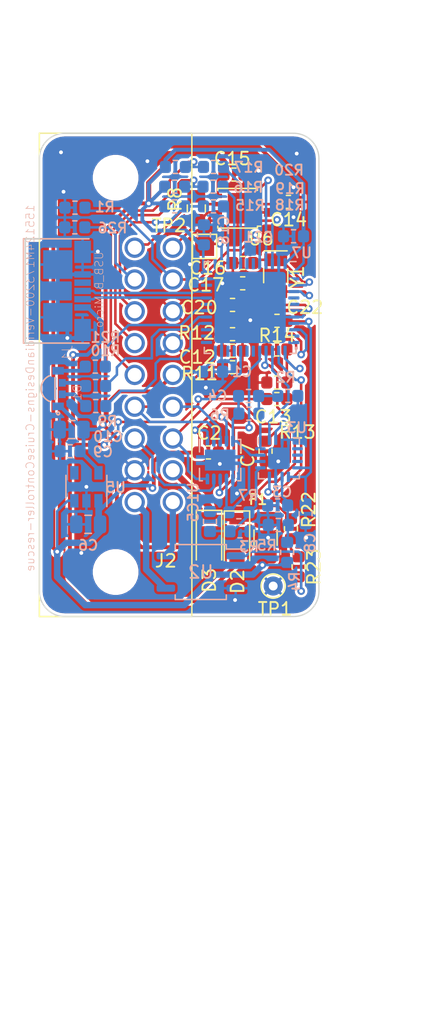
<source format=kicad_pcb>
(kicad_pcb (version 20171130) (host pcbnew "(5.1.0)-1")
  (layers (0 F.Cu signal hide) (31 B.Cu signal) (34 B.Paste user) (35 F.Paste user hide) (36 B.SilkS user) (37 F.SilkS user hide) (38 B.Mask user) (39 F.Mask user hide) (44 Edge.Cuts user))
  (net 0 "")
  (net 1 GND)
  (net 2 VREF)
  (net 3 VREFA)
  (net 4 VREFB)
  (net 5 3V3)
  (net 6 VIN)
  (net 7 VUSB)
  (net 8 BOOT0)
  (net 9 BUTTONDOWN)
  (net 10 BUTTONUP)
  (net 11 TTAIN)
  (net 12 TTBIN)
  (net 13 CANH)
  (net 14 CANL)
  (net 15 CANTX)
  (net 16 CANRX)
  (net 17 INTERSW)
  (net 18 DACOUTB)
  (net 19 DACOUTA)
  (net 20 TTBOUT)
  (net 21 TTAOUT)
  (net 22 "Net-(C3-Pad1)")
  (net 23 "Net-(C16-Pad2)")
  (net 24 "Net-(C17-Pad2)")
  (net 25 BUTTONMID)
  (net 26 /RST)
  (net 27 "Net-(C4-Pad2)")
  (net 28 "Net-(C5-Pad2)")
  (net 29 "Net-(D1-Pad3)")
  (net 30 REGIN)
  (net 31 "Net-(C4-Pad1)")
  (net 32 "Net-(C5-Pad1)")
  (net 33 "Net-(TP2-Pad1)")
  (net 34 "Net-(J2-Pad14)")
  (net 35 "Net-(J2-Pad15)")
  (net 36 "Net-(J2-Pad16)")
  (net 37 "Net-(J2-Pad17)")
  (net 38 USB_P)
  (net 39 USB_N)
  (net 40 "Net-(D1-Pad2)")
  (net 41 "Net-(D1-Pad4)")
  (net 42 LEDB)
  (net 43 LEDG)
  (net 44 LEDR)
  (net 45 HZ0)
  (net 46 HZ1)
  (net 47 HZEN)
  (net 48 "Net-(R22-Pad1)")
  (net 49 "Net-(R23-Pad1)")
  (module Package_SO:SOP-4_3.8x4.1mm_P2.54mm (layer B.Cu) (at 112.7 104.5 180)
    (fp_text reference U2 (at 0 0 180) (layer B.SilkS) (effects (justify mirror)))
    (fp_text value CPC1017N)
    (pad 4 smd roundrect (at 2.75 1.27 180) (size 1.45 0.55) (layers B.Cu B.Paste B.Mask) (net 46 HZ1))
    (pad 3 smd roundrect (at 2.75 -1.27 180) (size 1.45 0.55) (layers B.Cu B.Paste B.Mask) (net 45 HZ0))
    (pad 2 smd roundrect (at -2.75 -1.27 180) (size 1.45 0.55) (layers B.Cu B.Paste B.Mask) (net 1 GND))
    (pad 1 smd roundrect (at -2.75 1.27 180) (size 1.45 0.55) (layers B.Cu B.Paste B.Mask) (net 49 "Net-(R23-Pad1)"))
  )
  (module Resistor_SMD:R_0603_1608Metric (layer F.Cu) (at 120.4 104.0875 90)
    (fp_text reference R23 (at -0.0125 1.2 90) (layer F.SilkS))
    (fp_text value 75)
    (pad 2 smd roundrect (at 0.7875 0 90) (size 0.875 0.95) (layers F.Cu F.Paste F.Mask) (net 48 "Net-(R22-Pad1)"))
    (pad 1 smd roundrect (at -0.7875 0 90) (size 0.875 0.95) (layers F.Cu F.Paste F.Mask) (net 49 "Net-(R23-Pad1)"))
  )
  (module Resistor_SMD:R_0603_1608Metric (layer F.Cu) (at 119.8 101.1 90)
    (fp_text reference R22 (at 1.5 1.4 90) (layer F.SilkS))
    (fp_text value 75)
    (pad 2 smd roundrect (at 0.7875 0 90) (size 0.875 0.95) (layers F.Cu F.Paste F.Mask) (net 47 HZEN))
    (pad 1 smd roundrect (at -0.7875 0 90) (size 0.875 0.95) (layers F.Cu F.Paste F.Mask) (net 48 "Net-(R22-Pad1)"))
  )
  (module VeridianDesigns:LED_155124M173200 (layer B.Cu) (at 101.475 90.075 90)
    (fp_text reference D1 (at -0.324828 1.50837 90) (layer B.SilkS) (effects (font (size 0.640835 0.640835) (thickness 0.05)) (justify mirror)))
    (fp_text value 155124M173200-VeridianDesigns-CruiseController-rescue (at 0.032037 -2.19578 90) (layer B.SilkS) (effects (font (size 0.640639 0.640639) (thickness 0.05)) (justify mirror)))
    (pad 3 smd rect (at 0.45 0.325 90) (size 0.6 0.55) (layers B.Cu B.Paste B.Mask) (net 29 "Net-(D1-Pad3)"))
    (pad 2 smd rect (at -0.45 0.325 90) (size 0.6 0.55) (layers B.Cu B.Paste B.Mask) (net 40 "Net-(D1-Pad2)"))
    (pad 4 smd rect (at 1.4 0 90) (size 0.6 0.9) (layers B.Cu B.Paste B.Mask) (net 41 "Net-(D1-Pad4)"))
    (pad 1 smd rect (at -1.4 0 90) (size 0.6 0.9) (layers B.Cu B.Paste B.Mask) (net 5 3V3))
  )
  (module Resistor_SMD:R_0603_1608Metric (layer B.Cu) (at 104.4 88.35 180)
    (fp_text reference R21 (at -0.8 2.3) (layer B.SilkS) (effects (font (size 0.8 0.8)) (justify mirror)))
    (fp_text value 75)
    (pad 2 smd roundrect (at 0.7875 0 180) (size 0.875 0.95) (layers B.Cu B.Paste B.Mask) (net 41 "Net-(D1-Pad4)"))
    (pad 1 smd roundrect (at -0.7875 0 180) (size 0.875 0.95) (layers B.Cu B.Paste B.Mask) (net 44 LEDR))
  )
  (module Resistor_SMD:R_0603_1608Metric (layer B.Cu) (at 104.425 89.875 180)
    (fp_text reference R10 (at -0.775 2.775) (layer B.SilkS) (effects (font (size 0.8 0.8)) (justify mirror)))
    (fp_text value 27)
    (pad 2 smd roundrect (at 0.7875 0 180) (size 0.875 0.95) (layers B.Cu B.Paste B.Mask) (net 29 "Net-(D1-Pad3)"))
    (pad 1 smd roundrect (at -0.7875 0 180) (size 0.875 0.95) (layers B.Cu B.Paste B.Mask) (net 43 LEDG))
  )
  (module Resistor_SMD:R_0603_1608Metric (layer B.Cu) (at 104.4375 91.45 180)
    (fp_text reference R9 (at -0.9125 -1.2) (layer B.SilkS) (effects (font (size 0.8 0.8)) (justify mirror)))
    (fp_text value 27)
    (pad 2 smd roundrect (at 0.7875 0 180) (size 0.875 0.95) (layers B.Cu B.Paste B.Mask) (net 40 "Net-(D1-Pad2)"))
    (pad 1 smd roundrect (at -0.7875 0 180) (size 0.875 0.95) (layers B.Cu B.Paste B.Mask) (net 42 LEDB))
  )
  (module Connector_JAE:MX23A18NF1 (layer F.Cu) (at 110.5 89 270)
    (fp_text reference J2 (at 14.625 0.55 180) (layer F.SilkS))
    (fp_text value Conn_02x09_Top_Bottom)
    (pad "" np_thru_hole circle (at -15.5 4.5 270) (size 3.2 3.2) (drill 3.2) (layers *.Cu *.Mask))
    (pad "" np_thru_hole circle (at 15.5 4.5 270) (size 3.2 3.2) (drill 3.2) (layers *.Cu *.Mask))
    (pad 18 thru_hole circle (at -10 3 270) (size 1.6 1.6) (drill 1.1) (layers *.Cu *.Mask) (net 14 CANL))
    (pad 17 thru_hole circle (at -7.5 3 270) (size 1.6 1.6) (drill 1.1) (layers *.Cu *.Mask) (net 37 "Net-(J2-Pad17)"))
    (pad 16 thru_hole circle (at -5 3 270) (size 1.6 1.6) (drill 1.1) (layers *.Cu *.Mask) (net 36 "Net-(J2-Pad16)"))
    (pad 15 thru_hole circle (at -2.5 3 270) (size 1.6 1.6) (drill 1.1) (layers *.Cu *.Mask) (net 35 "Net-(J2-Pad15)"))
    (pad 14 thru_hole circle (at 0 3 270) (size 1.6 1.6) (drill 1.1) (layers *.Cu *.Mask) (net 34 "Net-(J2-Pad14)"))
    (pad 13 thru_hole circle (at 2.5 3 270) (size 1.6 1.6) (drill 1.1) (layers *.Cu *.Mask) (net 11 TTAIN))
    (pad 12 thru_hole circle (at 5 3 270) (size 1.6 1.6) (drill 1.1) (layers *.Cu *.Mask) (net 20 TTBOUT))
    (pad 11 thru_hole circle (at 7.5 3 270) (size 1.6 1.6) (drill 1.1) (layers *.Cu *.Mask) (net 1 GND))
    (pad 9 thru_hole circle (at -10 0 270) (size 1.6 1.6) (drill 1.1) (layers *.Cu *.Mask) (net 13 CANH))
    (pad 8 thru_hole circle (at -7.5 0 270) (size 1.6 1.6) (drill 1.1) (layers *.Cu *.Mask) (net 8 BOOT0))
    (pad 7 thru_hole circle (at -5 0 270) (size 1.6 1.6) (drill 1.1) (layers *.Cu *.Mask) (net 1 GND))
    (pad 6 thru_hole circle (at -2.5 0 270) (size 1.6 1.6) (drill 1.1) (layers *.Cu *.Mask) (net 1 GND))
    (pad 5 thru_hole circle (at 0 0 270) (size 1.6 1.6) (drill 1.1) (layers *.Cu *.Mask) (net 5 3V3))
    (pad 4 thru_hole circle (at 2.5 0 270) (size 1.6 1.6) (drill 1.1) (layers *.Cu *.Mask) (net 21 TTAOUT))
    (pad 3 thru_hole circle (at 5 0 270) (size 1.6 1.6) (drill 1.1) (layers *.Cu *.Mask) (net 12 TTBIN))
    (pad 2 thru_hole circle (at 7.5 0 270) (size 1.6 1.6) (drill 1.1) (layers *.Cu *.Mask) (net 6 VIN))
    (pad 10 thru_hole circle (at 10 3 270) (size 1.6 1.6) (drill 1.1) (layers *.Cu *.Mask) (net 45 HZ0))
    (pad 1 thru_hole circle (at 10 0 270) (size 1.6 1.6) (drill 1.1) (layers *.Cu *.Mask) (net 46 HZ1))
  )
  (module Package_SON:Texas_S-PVSON-N10 (layer B.Cu) (at 114.225 95.7 270)
    (fp_text reference U1 (at 2.55 2.125 90) (layer B.SilkS) (effects (font (size 0.8 0.8)) (justify mirror)))
    (fp_text value ADG884)
    (pad 10 smd oval (at 1.475 1 270) (size 0.85 0.28) (layers B.Cu B.Paste B.Mask) (net 12 TTBIN))
    (pad 9 smd oval (at 1.475 0.5 270) (size 0.85 0.28) (layers B.Cu B.Paste B.Mask) (net 20 TTBOUT))
    (pad 8 smd oval (at 1.475 0 270) (size 0.85 0.28) (layers B.Cu B.Paste B.Mask) (net 17 INTERSW))
    (pad 7 smd rect (at 1.76 -0.5 270) (size 0.28 0.28) (layers B.Cu B.Paste B.Mask) (net 28 "Net-(C5-Pad2)"))
    (pad 6 smd rect (at 1.76 -1 270) (size 0.28 0.28) (layers B.Cu B.Paste B.Mask) (net 1 GND))
    (pad 5 smd oval (at -1.475 -1 270) (size 0.85 0.28) (layers B.Cu B.Paste B.Mask) (net 27 "Net-(C4-Pad2)"))
    (pad 4 smd rect (at -1.76 -0.5 270) (size 0.28 0.28) (layers B.Cu B.Paste B.Mask) (net 17 INTERSW))
    (pad 3 smd oval (at -1.475 0 270) (size 0.85 0.28) (layers B.Cu B.Paste B.Mask) (net 21 TTAOUT))
    (pad 2 smd rect (at -1.76 0.5 270) (size 0.28 0.28) (layers B.Cu B.Paste B.Mask) (net 11 TTAIN))
    (pad 1 smd rect (at -1.76 1 270) (size 0.28 0.28) (layers B.Cu B.Paste B.Mask) (net 30 REGIN))
    (pad 11 smd rect (at 0 0 270) (size 1.65 2.4) (layers B.Cu B.Mask) (net 1 GND))
    (pad 11 smd rect (at 0.45 -0.635 270) (size 0.68 1.05) (layers B.Cu B.Paste B.Mask) (net 1 GND))
    (pad 11 smd rect (at -0.45 -0.635 270) (size 0.68 1.05) (layers B.Cu B.Paste B.Mask) (net 1 GND))
    (pad 11 smd rect (at 0.45 0.635 270) (size 0.68 1.05) (layers B.Cu B.Paste B.Mask) (net 1 GND))
    (pad 11 smd rect (at 0.25 -1.63 270) (size 0.26 0.5) (layers B.Cu B.Paste B.Mask) (net 1 GND))
    (pad 11 smd rect (at -0.25 -1.63 270) (size 0.26 0.5) (layers B.Cu B.Paste B.Mask) (net 1 GND))
    (pad 11 smd rect (at 0.25 1.63 270) (size 0.26 0.5) (layers B.Cu B.Paste B.Mask) (net 1 GND))
    (pad 11 smd rect (at 0.25 -1.55 270) (size 0.28 0.7) (layers B.Cu B.Mask) (net 1 GND))
    (pad 11 smd rect (at -0.25 -1.55 270) (size 0.28 0.7) (layers B.Cu B.Mask) (net 1 GND))
    (pad 11 smd rect (at 0.25 1.55 270) (size 0.28 0.7) (layers B.Cu B.Mask) (net 1 GND))
    (pad 11 smd rect (at -0.25 1.63 270) (size 0.26 0.5) (layers B.Cu B.Paste B.Mask) (net 1 GND))
    (pad 11 smd rect (at -0.25 1.55 270) (size 0.28 0.7) (layers B.Cu B.Mask) (net 1 GND))
    (pad 11 smd rect (at -0.45 0.635 270) (size 0.68 1.05) (layers B.Cu B.Paste B.Mask) (net 1 GND))
    (pad 10 smd rect (at 1.76 1 270) (size 0.28 0.28) (layers B.Cu B.Paste B.Mask) (net 12 TTBIN))
    (pad 9 smd rect (at 1.76 0.5 270) (size 0.28 0.28) (layers B.Cu B.Paste B.Mask) (net 20 TTBOUT))
    (pad 8 smd rect (at 1.76 0 270) (size 0.28 0.28) (layers B.Cu B.Paste B.Mask) (net 17 INTERSW))
    (pad 7 smd oval (at 1.475 -0.5 270) (size 0.85 0.28) (layers B.Cu B.Paste B.Mask) (net 28 "Net-(C5-Pad2)"))
    (pad 6 smd oval (at 1.475 -1 270) (size 0.85 0.28) (layers B.Cu B.Paste B.Mask) (net 1 GND))
    (pad 5 smd rect (at -1.76 -1 270) (size 0.28 0.28) (layers B.Cu B.Paste B.Mask) (net 27 "Net-(C4-Pad2)"))
    (pad 4 smd oval (at -1.475 -0.5 270) (size 0.85 0.28) (layers B.Cu B.Paste B.Mask) (net 17 INTERSW))
    (pad 3 smd rect (at -1.76 0 270) (size 0.28 0.28) (layers B.Cu B.Paste B.Mask) (net 21 TTAOUT))
    (pad 2 smd oval (at -1.475 0.5 270) (size 0.85 0.28) (layers B.Cu B.Paste B.Mask) (net 11 TTAIN))
    (pad 1 smd oval (at -1.475 1 270) (size 0.85 0.28) (layers B.Cu B.Paste B.Mask) (net 30 REGIN))
  )
  (module Resistor_SMD:R_0805_2012Metric (layer F.Cu) (at 112.35 75.9 270)
    (fp_text reference R8 (at -0.7 1.675 90) (layer F.SilkS))
    (fp_text value 120)
    (pad 2 smd roundrect (at 0.9375 0 270) (size 0.975 1.4) (layers F.Cu F.Paste F.Mask) (net 13 CANH))
    (pad 1 smd roundrect (at -0.9375 0 270) (size 0.975 1.4) (layers F.Cu F.Paste F.Mask) (net 14 CANL))
  )
  (module Capacitor_SMD:C_0805_2012Metric (layer B.Cu) (at 103.8375 100.75)
    (fp_text reference C6 (at 0 1.65) (layer B.SilkS) (effects (font (size 0.8 0.8)) (justify mirror)))
    (fp_text value 4.7uF)
    (pad 2 smd roundrect (at 0.9375 0) (size 0.975 1.4) (layers B.Cu B.Paste B.Mask) (net 30 REGIN))
    (pad 1 smd roundrect (at -0.9375 0) (size 0.975 1.4) (layers B.Cu B.Paste B.Mask) (net 1 GND))
  )
  (module TestPoint:TestPoint_Pad_1.5x1.5mm (layer F.Cu) (at 113 78.9)
    (fp_text reference TP2 (at -2.8 -1.648) (layer F.SilkS))
    (fp_text value TestPoint)
    (pad 1 smd rect (at 0 0) (size 1.5 1.5) (layers F.Cu F.Mask) (net 33 "Net-(TP2-Pad1)"))
  )
  (module TestPoint:TestPoint_THTPad_D1.5mm_Drill0.7mm (layer F.Cu) (at 118.4 105.6)
    (fp_text reference TP1 (at 0.15 1.8) (layer F.SilkS))
    (fp_text value TestPoint)
    (pad 1 thru_hole circle (at 0 0) (size 1.5 1.5) (drill 0.7) (layers *.Cu *.Mask) (net 1 GND))
  )
  (module Diode_SMD:D_SOD-123 (layer F.Cu) (at 113.35 101.9 270)
    (fp_text reference D3 (at 3.25 -0.025 90) (layer F.SilkS))
    (fp_text value D_Schottky_Small)
    (pad 2 smd rect (at 1.65 0 270) (size 0.9 1.2) (layers F.Cu F.Paste F.Mask) (net 5 3V3))
    (pad 1 smd rect (at -1.65 0 270) (size 0.9 1.2) (layers F.Cu F.Paste F.Mask) (net 6 VIN))
  )
  (module Capacitor_SMD:C_0603_1608Metric (layer B.Cu) (at 113.6375 88.75)
    (fp_text reference C1 (at 2.3125 0 180) (layer B.SilkS) (effects (font (size 0.8 0.8)) (justify mirror)))
    (fp_text value 0.1uF)
    (pad 2 smd roundrect (at 0.7875 0) (size 0.875 0.95) (layers B.Cu B.Paste B.Mask) (net 1 GND))
    (pad 1 smd roundrect (at -0.7875 0) (size 0.875 0.95) (layers B.Cu B.Paste B.Mask) (net 5 3V3))
  )
  (module VeridianDesigns:CONN_2173157-3 (layer B.Cu) (at 103.4 82.4 90)
    (fp_text reference J1 (at -4.9 -1.2 270) (layer B.SilkS) (effects (font (size 0.8 0.8) (thickness 0.05)) (justify mirror)))
    (fp_text value USB_B_Micro (at 0.1 1.3 90) (layer B.SilkS) (effects (font (size 0.631169 0.631169) (thickness 0.05)) (justify mirror)))
    (pad 6 smd rect (at 2.075 -1.95 90) (size 2.25 2.3) (layers B.Cu B.Paste B.Mask) (net 1 GND))
    (pad 6 smd rect (at -2.075 -1.95 90) (size 2.25 2.3) (layers B.Cu B.Paste B.Mask) (net 1 GND))
    (pad 6 smd rect (at 3.075 0 90) (size 1.75 1.3) (layers B.Cu B.Paste B.Mask) (net 1 GND))
    (pad 6 smd rect (at -3.075 0 90) (size 1.75 1.3) (layers B.Cu B.Paste B.Mask) (net 1 GND))
    (pad 5 smd rect (at 1.3 0) (size 1.3 0.5) (layers B.Cu B.Paste B.Mask) (net 1 GND))
    (pad 4 smd rect (at 0.65 0) (size 1.3 0.5) (layers B.Cu B.Paste B.Mask))
    (pad 3 smd rect (at 0 0) (size 1.3 0.5) (layers B.Cu B.Paste B.Mask) (net 38 USB_P))
    (pad 2 smd rect (at -0.65 0) (size 1.3 0.5) (layers B.Cu B.Paste B.Mask) (net 39 USB_N))
    (pad 1 smd rect (at -1.3 0) (size 1.3 0.5) (layers B.Cu B.Paste B.Mask) (net 7 VUSB))
  )
  (module Capacitor_SMD:C_0603_1608Metric (layer F.Cu) (at 113.3 95.1 180)
    (fp_text reference C2 (at -0.0625 1.525 180) (layer F.SilkS))
    (fp_text value 0.1uF)
    (pad 2 smd roundrect (at 0.7875 0 180) (size 0.875 0.95) (layers F.Cu F.Paste F.Mask) (net 30 REGIN))
    (pad 1 smd roundrect (at -0.7875 0 180) (size 0.875 0.95) (layers F.Cu F.Paste F.Mask) (net 1 GND))
  )
  (module Capacitor_SMD:C_0603_1608Metric (layer B.Cu) (at 116.4625 90.658 180)
    (fp_text reference C4 (at 2.4625 0.008) (layer B.SilkS) (effects (font (size 0.8 0.8)) (justify mirror)))
    (fp_text value 10nF)
    (pad 2 smd roundrect (at 0.7875 0 180) (size 0.875 0.95) (layers B.Cu B.Paste B.Mask) (net 27 "Net-(C4-Pad2)"))
    (pad 1 smd roundrect (at -0.7875 0 180) (size 0.875 0.95) (layers B.Cu B.Paste B.Mask) (net 31 "Net-(C4-Pad1)"))
  )
  (module Capacitor_SMD:C_0603_1608Metric (layer B.Cu) (at 113.425 100.525 90)
    (fp_text reference C5 (at 0.725 -1.325 270) (layer B.SilkS) (effects (font (size 0.8 0.8)) (justify mirror)))
    (fp_text value 10nF)
    (pad 2 smd roundrect (at 0.7875 0 90) (size 0.875 0.95) (layers B.Cu B.Paste B.Mask) (net 28 "Net-(C5-Pad2)"))
    (pad 1 smd roundrect (at -0.7875 0 90) (size 0.875 0.95) (layers B.Cu B.Paste B.Mask) (net 32 "Net-(C5-Pad1)"))
  )
  (module Capacitor_SMD:C_0603_1608Metric (layer B.Cu) (at 118.75 99.258 180)
    (fp_text reference C3 (at -0.35 1.058 180) (layer B.SilkS) (effects (font (size 0.8 0.8)) (justify mirror)))
    (fp_text value 0.1uF)
    (pad 2 smd roundrect (at 0.7875 0 180) (size 0.875 0.95) (layers B.Cu B.Paste B.Mask) (net 1 GND))
    (pad 1 smd roundrect (at -0.7875 0 180) (size 0.875 0.95) (layers B.Cu B.Paste B.Mask) (net 22 "Net-(C3-Pad1)"))
  )
  (module Resistor_SMD:R_0603_1608Metric (layer B.Cu) (at 113.7 75.75 180)
    (fp_text reference R18 (at -6 0.1 180) (layer B.SilkS) (effects (font (size 0.8 0.8)) (justify mirror)))
    (fp_text value 2.2k)
    (pad 2 smd roundrect (at 0.7875 0 180) (size 0.875 0.95) (layers B.Cu B.Paste B.Mask) (net 36 "Net-(J2-Pad16)"))
    (pad 1 smd roundrect (at -0.7875 0 180) (size 0.875 0.95) (layers B.Cu B.Paste B.Mask) (net 10 BUTTONUP))
  )
  (module Resistor_SMD:R_0603_1608Metric (layer B.Cu) (at 110.7 72.65)
    (fp_text reference R17 (at 5.775 0.025 180) (layer B.SilkS) (effects (font (size 0.8 0.8)) (justify mirror)))
    (fp_text value 1k)
    (pad 2 smd roundrect (at 0.7875 0) (size 0.875 0.95) (layers B.Cu B.Paste B.Mask) (net 34 "Net-(J2-Pad14)"))
    (pad 1 smd roundrect (at -0.7875 0) (size 0.875 0.95) (layers B.Cu B.Paste B.Mask) (net 5 3V3))
  )
  (module Resistor_SMD:R_0603_1608Metric (layer B.Cu) (at 110.65 74.2)
    (fp_text reference R16 (at 5.8 0.05 180) (layer B.SilkS) (effects (font (size 0.8 0.8)) (justify mirror)))
    (fp_text value 1k)
    (pad 2 smd roundrect (at 0.7875 0) (size 0.875 0.95) (layers B.Cu B.Paste B.Mask) (net 35 "Net-(J2-Pad15)"))
    (pad 1 smd roundrect (at -0.7875 0) (size 0.875 0.95) (layers B.Cu B.Paste B.Mask) (net 5 3V3))
  )
  (module Resistor_SMD:R_0603_1608Metric (layer B.Cu) (at 113.7 72.65)
    (fp_text reference R20 (at 5.95 0.25) (layer B.SilkS) (effects (font (size 0.8 0.8)) (justify mirror)))
    (fp_text value 2.2k)
    (pad 2 smd roundrect (at 0.7875 0) (size 0.875 0.95) (layers B.Cu B.Paste B.Mask) (net 9 BUTTONDOWN))
    (pad 1 smd roundrect (at -0.7875 0) (size 0.875 0.95) (layers B.Cu B.Paste B.Mask) (net 34 "Net-(J2-Pad14)"))
  )
  (module Capacitor_SMD:C_0603_1608Metric (layer F.Cu) (at 116.0125 80.2)
    (fp_text reference C16 (at -2.7625 0.4 180) (layer F.SilkS))
    (fp_text value 8pF)
    (pad 2 smd roundrect (at 0.7875 0) (size 0.875 0.95) (layers F.Cu F.Paste F.Mask) (net 23 "Net-(C16-Pad2)"))
    (pad 1 smd roundrect (at -0.7875 0) (size 0.875 0.95) (layers F.Cu F.Paste F.Mask) (net 1 GND))
  )
  (module Resistor_SMD:R_0603_1608Metric (layer F.Cu) (at 115.2 85.8)
    (fp_text reference R12 (at -2.8125 -0.1) (layer F.SilkS))
    (fp_text value 10k)
    (pad 2 smd roundrect (at 0.7875 0) (size 0.875 0.95) (layers F.Cu F.Paste F.Mask) (net 3 VREFA))
    (pad 1 smd roundrect (at -0.7875 0) (size 0.875 0.95) (layers F.Cu F.Paste F.Mask) (net 1 GND))
  )
  (module Resistor_SMD:R_0603_1608Metric (layer F.Cu) (at 115.2 88.4 180)
    (fp_text reference R11 (at 2.6 -0.5 180) (layer F.SilkS))
    (fp_text value 10k)
    (pad 2 smd roundrect (at 0.7875 0 180) (size 0.875 0.95) (layers F.Cu F.Paste F.Mask) (net 11 TTAIN))
    (pad 1 smd roundrect (at -0.7875 0 180) (size 0.875 0.95) (layers F.Cu F.Paste F.Mask) (net 3 VREFA))
  )
  (module Capacitor_SMD:C_0603_1608Metric (layer B.Cu) (at 112.95 77.9875 90)
    (fp_text reference C18 (at 0.3625 1.55 90) (layer B.SilkS) (effects (font (size 0.8 0.8)) (justify mirror)))
    (fp_text value 0.1uF)
    (pad 2 smd roundrect (at 0.7875 0 90) (size 0.875 0.95) (layers B.Cu B.Paste B.Mask) (net 1 GND))
    (pad 1 smd roundrect (at -0.7875 0 90) (size 0.875 0.95) (layers B.Cu B.Paste B.Mask) (net 5 3V3))
  )
  (module Resistor_SMD:R_0603_1608Metric (layer F.Cu) (at 118.6875 87)
    (fp_text reference R14 (at 0.0125 -1.1) (layer F.SilkS))
    (fp_text value 10k)
    (pad 2 smd roundrect (at 0.7875 0) (size 0.875 0.95) (layers F.Cu F.Paste F.Mask) (net 4 VREFB))
    (pad 1 smd roundrect (at -0.7875 0) (size 0.875 0.95) (layers F.Cu F.Paste F.Mask) (net 1 GND))
  )
  (module Capacitor_SMD:C_0603_1608Metric (layer F.Cu) (at 118.7 84.75 180)
    (fp_text reference C22 (at -2.192031 1.06066 180) (layer F.SilkS))
    (fp_text value 10nF)
    (pad 2 smd roundrect (at 0.7875 0 180) (size 0.875 0.95) (layers F.Cu F.Paste F.Mask) (net 1 GND))
    (pad 1 smd roundrect (at -0.7875 0 180) (size 0.875 0.95) (layers F.Cu F.Paste F.Mask) (net 2 VREF))
  )
  (module Resistor_SMD:R_0603_1608Metric (layer B.Cu) (at 113.6625 74.2)
    (fp_text reference R19 (at 6.0625 0.15) (layer B.SilkS) (effects (font (size 0.8 0.8)) (justify mirror)))
    (fp_text value 2.2k)
    (pad 2 smd roundrect (at 0.7875 0) (size 0.875 0.95) (layers B.Cu B.Paste B.Mask) (net 25 BUTTONMID))
    (pad 1 smd roundrect (at -0.7875 0) (size 0.875 0.95) (layers B.Cu B.Paste B.Mask) (net 35 "Net-(J2-Pad15)"))
  )
  (module Capacitor_SMD:C_0603_1608Metric (layer F.Cu) (at 119.6 75.4)
    (fp_text reference C14 (at 0.0125 1.4) (layer F.SilkS))
    (fp_text value 0.1uF)
    (pad 2 smd roundrect (at 0.7875 0) (size 0.875 0.95) (layers F.Cu F.Paste F.Mask) (net 1 GND))
    (pad 1 smd roundrect (at -0.7875 0) (size 0.875 0.95) (layers F.Cu F.Paste F.Mask) (net 30 REGIN))
  )
  (module Capacitor_SMD:C_0603_1608Metric (layer F.Cu) (at 116 81.8)
    (fp_text reference C17 (at -2.9 0.125) (layer F.SilkS))
    (fp_text value 8pF)
    (pad 2 smd roundrect (at 0.7875 0) (size 0.875 0.95) (layers F.Cu F.Paste F.Mask) (net 24 "Net-(C17-Pad2)"))
    (pad 1 smd roundrect (at -0.7875 0) (size 0.875 0.95) (layers F.Cu F.Paste F.Mask) (net 1 GND))
  )
  (module Crystal:Crystal_SMD_G8-2Pin_3.2x1.5mm (layer F.Cu) (at 118.6 81.2 270)
    (fp_text reference Y1 (at 0.1 -1.7 270) (layer F.SilkS))
    (fp_text value 32.768)
    (pad 2 smd rect (at 1.25 0 270) (size 1 1.8) (layers F.Cu F.Paste F.Mask) (net 24 "Net-(C17-Pad2)"))
    (pad 1 smd rect (at -1.25 0 270) (size 1 1.8) (layers F.Cu F.Paste F.Mask) (net 23 "Net-(C16-Pad2)"))
  )
  (module Resistor_SMD:R_0603_1608Metric (layer F.Cu) (at 118.6875 90.9 180)
    (fp_text reference R13 (at -1.6125 -2.6 180) (layer F.SilkS))
    (fp_text value 10k)
    (pad 2 smd roundrect (at 0.7875 0 180) (size 0.875 0.95) (layers F.Cu F.Paste F.Mask) (net 12 TTBIN))
    (pad 1 smd roundrect (at -0.7875 0 180) (size 0.875 0.95) (layers F.Cu F.Paste F.Mask) (net 4 VREFB))
  )
  (module Capacitor_SMD:C_0805_2012Metric (layer B.Cu) (at 102.5375 93.3)
    (fp_text reference C10 (at 2.8625 0.55) (layer B.SilkS) (effects (font (size 0.8 0.8)) (justify mirror)))
    (fp_text value 4.7uF)
    (pad 2 smd roundrect (at 0.9375 0) (size 0.975 1.4) (layers B.Cu B.Paste B.Mask) (net 5 3V3))
    (pad 1 smd roundrect (at -0.9375 0) (size 0.975 1.4) (layers B.Cu B.Paste B.Mask) (net 1 GND))
  )
  (module Capacitor_SMD:C_0603_1608Metric (layer B.Cu) (at 120 78.1 180)
    (fp_text reference C21 (at 2.75 -0.075) (layer B.SilkS) (effects (font (size 0.8 0.8)) (justify mirror)))
    (fp_text value 0.1uF)
    (pad 2 smd roundrect (at 0.7875 0 180) (size 0.875 0.95) (layers B.Cu B.Paste B.Mask) (net 1 GND))
    (pad 1 smd roundrect (at -0.7875 0 180) (size 0.875 0.95) (layers B.Cu B.Paste B.Mask) (net 5 3V3))
  )
  (module Capacitor_SMD:C_0603_1608Metric (layer F.Cu) (at 115.2 83.5 180)
    (fp_text reference C20 (at 2.616295 -0.212132) (layer F.SilkS))
    (fp_text value 0.1uF)
    (pad 2 smd roundrect (at 0.7875 0 180) (size 0.875 0.95) (layers F.Cu F.Paste F.Mask) (net 1 GND))
    (pad 1 smd roundrect (at -0.7875 0 180) (size 0.875 0.95) (layers F.Cu F.Paste F.Mask) (net 26 /RST))
  )
  (module Resistor_SMD:R_0603_1608Metric (layer B.Cu) (at 110.65 75.75)
    (fp_text reference R15 (at 5.925 -0.075 180) (layer B.SilkS) (effects (font (size 0.8 0.8)) (justify mirror)))
    (fp_text value 1k)
    (pad 2 smd roundrect (at 0.7875 0) (size 0.875 0.95) (layers B.Cu B.Paste B.Mask) (net 36 "Net-(J2-Pad16)"))
    (pad 1 smd roundrect (at -0.7875 0) (size 0.875 0.95) (layers B.Cu B.Paste B.Mask) (net 5 3V3))
  )
  (module Package_DFN_QFN:QFN-48-1EP_7x7mm_P0.5mm_EP5.6x5.6mm (layer B.Cu) (at 116.5875 83.7 180)
    (fp_text reference U7 (at -4.0625 4.3 180) (layer B.SilkS) (effects (font (size 0.8 0.8)) (justify mirror)))
    (fp_text value STM32L433CCUx)
    (pad 48 smd roundrect (at -2.75 3.4375 180) (size 0.25 0.875) (layers B.Cu B.Paste B.Mask) (net 5 3V3))
    (pad 47 smd roundrect (at -2.25 3.4375 180) (size 0.25 0.875) (layers B.Cu B.Paste B.Mask) (net 1 GND))
    (pad 46 smd roundrect (at -1.75 3.4375 180) (size 0.25 0.875) (layers B.Cu B.Paste B.Mask) (net 15 CANTX))
    (pad 45 smd roundrect (at -1.25 3.4375 180) (size 0.25 0.875) (layers B.Cu B.Paste B.Mask) (net 16 CANRX))
    (pad 44 smd roundrect (at -0.75 3.4375 180) (size 0.25 0.875) (layers B.Cu B.Paste B.Mask) (net 8 BOOT0))
    (pad 43 smd roundrect (at -0.25 3.4375 180) (size 0.25 0.875) (layers B.Cu B.Paste B.Mask))
    (pad 42 smd roundrect (at 0.25 3.4375 180) (size 0.25 0.875) (layers B.Cu B.Paste B.Mask))
    (pad 41 smd roundrect (at 0.75 3.4375 180) (size 0.25 0.875) (layers B.Cu B.Paste B.Mask) (net 9 BUTTONDOWN))
    (pad 40 smd roundrect (at 1.25 3.4375 180) (size 0.25 0.875) (layers B.Cu B.Paste B.Mask) (net 25 BUTTONMID))
    (pad 39 smd roundrect (at 1.75 3.4375 180) (size 0.25 0.875) (layers B.Cu B.Paste B.Mask) (net 10 BUTTONUP))
    (pad 38 smd roundrect (at 2.25 3.4375 180) (size 0.25 0.875) (layers B.Cu B.Paste B.Mask) (net 33 "Net-(TP2-Pad1)"))
    (pad 37 smd roundrect (at 2.75 3.4375 180) (size 0.25 0.875) (layers B.Cu B.Paste B.Mask))
    (pad 36 smd roundrect (at 3.4375 2.75 180) (size 0.875 0.25) (layers B.Cu B.Paste B.Mask) (net 5 3V3))
    (pad 35 smd roundrect (at 3.4375 2.25 180) (size 0.875 0.25) (layers B.Cu B.Paste B.Mask) (net 1 GND))
    (pad 34 smd roundrect (at 3.4375 1.75 180) (size 0.875 0.25) (layers B.Cu B.Paste B.Mask))
    (pad 33 smd roundrect (at 3.4375 1.25 180) (size 0.875 0.25) (layers B.Cu B.Paste B.Mask) (net 38 USB_P))
    (pad 32 smd roundrect (at 3.4375 0.75 180) (size 0.875 0.25) (layers B.Cu B.Paste B.Mask) (net 39 USB_N))
    (pad 31 smd roundrect (at 3.4375 0.25 180) (size 0.875 0.25) (layers B.Cu B.Paste B.Mask))
    (pad 30 smd roundrect (at 3.4375 -0.25 180) (size 0.875 0.25) (layers B.Cu B.Paste B.Mask) (net 44 LEDR))
    (pad 29 smd roundrect (at 3.4375 -0.75 180) (size 0.875 0.25) (layers B.Cu B.Paste B.Mask) (net 43 LEDG))
    (pad 28 smd roundrect (at 3.4375 -1.25 180) (size 0.875 0.25) (layers B.Cu B.Paste B.Mask) (net 42 LEDB))
    (pad 27 smd roundrect (at 3.4375 -1.75 180) (size 0.875 0.25) (layers B.Cu B.Paste B.Mask))
    (pad 26 smd roundrect (at 3.4375 -2.25 180) (size 0.875 0.25) (layers B.Cu B.Paste B.Mask))
    (pad 25 smd roundrect (at 3.4375 -2.75 180) (size 0.875 0.25) (layers B.Cu B.Paste B.Mask))
    (pad 24 smd roundrect (at 2.75 -3.4375 180) (size 0.25 0.875) (layers B.Cu B.Paste B.Mask) (net 5 3V3))
    (pad 23 smd roundrect (at 2.25 -3.4375 180) (size 0.25 0.875) (layers B.Cu B.Paste B.Mask) (net 1 GND))
    (pad 22 smd roundrect (at 1.75 -3.4375 180) (size 0.25 0.875) (layers B.Cu B.Paste B.Mask))
    (pad 21 smd roundrect (at 1.25 -3.4375 180) (size 0.25 0.875) (layers B.Cu B.Paste B.Mask))
    (pad 20 smd roundrect (at 0.75 -3.4375 180) (size 0.25 0.875) (layers B.Cu B.Paste B.Mask) (net 7 VUSB))
    (pad 19 smd roundrect (at 0.25 -3.4375 180) (size 0.25 0.875) (layers B.Cu B.Paste B.Mask))
    (pad 18 smd roundrect (at -0.25 -3.4375 180) (size 0.25 0.875) (layers B.Cu B.Paste B.Mask))
    (pad 17 smd roundrect (at -0.75 -3.4375 180) (size 0.25 0.875) (layers B.Cu B.Paste B.Mask) (net 17 INTERSW))
    (pad 16 smd roundrect (at -1.25 -3.4375 180) (size 0.25 0.875) (layers B.Cu B.Paste B.Mask) (net 47 HZEN))
    (pad 15 smd roundrect (at -1.75 -3.4375 180) (size 0.25 0.875) (layers B.Cu B.Paste B.Mask) (net 19 DACOUTA))
    (pad 14 smd roundrect (at -2.25 -3.4375 180) (size 0.25 0.875) (layers B.Cu B.Paste B.Mask) (net 18 DACOUTB))
    (pad 13 smd roundrect (at -2.75 -3.4375 180) (size 0.25 0.875) (layers B.Cu B.Paste B.Mask) (net 4 VREFB))
    (pad 12 smd roundrect (at -3.4375 -2.75 180) (size 0.875 0.25) (layers B.Cu B.Paste B.Mask))
    (pad 11 smd roundrect (at -3.4375 -2.25 180) (size 0.875 0.25) (layers B.Cu B.Paste B.Mask))
    (pad 10 smd roundrect (at -3.4375 -1.75 180) (size 0.875 0.25) (layers B.Cu B.Paste B.Mask) (net 3 VREFA))
    (pad 9 smd roundrect (at -3.4375 -1.25 180) (size 0.875 0.25) (layers B.Cu B.Paste B.Mask) (net 2 VREF))
    (pad 8 smd roundrect (at -3.4375 -0.75 180) (size 0.875 0.25) (layers B.Cu B.Paste B.Mask) (net 1 GND))
    (pad 7 smd roundrect (at -3.4375 -0.25 180) (size 0.875 0.25) (layers B.Cu B.Paste B.Mask) (net 26 /RST))
    (pad 6 smd roundrect (at -3.4375 0.25 180) (size 0.875 0.25) (layers B.Cu B.Paste B.Mask))
    (pad 5 smd roundrect (at -3.4375 0.75 180) (size 0.875 0.25) (layers B.Cu B.Paste B.Mask))
    (pad 4 smd roundrect (at -3.4375 1.25 180) (size 0.875 0.25) (layers B.Cu B.Paste B.Mask) (net 24 "Net-(C17-Pad2)"))
    (pad 3 smd roundrect (at -3.4375 1.75 180) (size 0.875 0.25) (layers B.Cu B.Paste B.Mask) (net 23 "Net-(C16-Pad2)"))
    (pad 2 smd roundrect (at -3.4375 2.25 180) (size 0.875 0.25) (layers B.Cu B.Paste B.Mask))
    (pad 1 smd roundrect (at -3.4375 2.75 180) (size 0.875 0.25) (layers B.Cu B.Paste B.Mask) (net 5 3V3))
    (pad 49 smd roundrect (at 0 0 180) (size 5.6 5.6) (layers B.Cu B.Mask) (roundrect_rratio 0.044643) (net 1 GND))
  )
  (module Package_DFN_QFN:QFN-16-1EP_3x3mm_P0.5mm_EP1.7x1.7mm (layer B.Cu) (at 118.85 95.558 270)
    (fp_text reference U3 (at -2.408 -1.4) (layer B.SilkS) (effects (font (size 0.8 0.8)) (justify mirror)))
    (fp_text value TLV9064IRTER)
    (pad 16 smd roundrect (at -0.75 1.4625 270) (size 0.25 0.825) (layers B.Cu B.Paste B.Mask) (net 31 "Net-(C4-Pad1)"))
    (pad 15 smd roundrect (at -0.25 1.4625 270) (size 0.25 0.825) (layers B.Cu B.Paste B.Mask) (net 27 "Net-(C4-Pad2)"))
    (pad 14 smd roundrect (at 0.25 1.4625 270) (size 0.25 0.825) (layers B.Cu B.Paste B.Mask) (net 28 "Net-(C5-Pad2)"))
    (pad 13 smd roundrect (at 0.75 1.4625 270) (size 0.25 0.825) (layers B.Cu B.Paste B.Mask) (net 32 "Net-(C5-Pad1)"))
    (pad 12 smd roundrect (at 1.4625 0.75 270) (size 0.825 0.25) (layers B.Cu B.Paste B.Mask) (net 18 DACOUTB))
    (pad 11 smd roundrect (at 1.4625 0.25 270) (size 0.825 0.25) (layers B.Cu B.Paste B.Mask) (net 1 GND))
    (pad 10 smd roundrect (at 1.4625 -0.25 270) (size 0.825 0.25) (layers B.Cu B.Paste B.Mask) (net 22 "Net-(C3-Pad1)"))
    (pad 9 smd roundrect (at 1.4625 -0.75 270) (size 0.825 0.25) (layers B.Cu B.Paste B.Mask) (net 2 VREF))
    (pad 8 smd roundrect (at 0.75 -1.4625 270) (size 0.25 0.825) (layers B.Cu B.Paste B.Mask) (net 2 VREF))
    (pad 7 smd roundrect (at 0.25 -1.4625 270) (size 0.25 0.825) (layers B.Cu B.Paste B.Mask))
    (pad 6 smd roundrect (at -0.25 -1.4625 270) (size 0.25 0.825) (layers B.Cu B.Paste B.Mask))
    (pad 5 smd roundrect (at -0.75 -1.4625 270) (size 0.25 0.825) (layers B.Cu B.Paste B.Mask))
    (pad 4 smd roundrect (at -1.4625 -0.75 270) (size 0.825 0.25) (layers B.Cu B.Paste B.Mask) (net 1 GND))
    (pad 3 smd roundrect (at -1.4625 -0.25 270) (size 0.825 0.25) (layers B.Cu B.Paste B.Mask) (net 1 GND))
    (pad 2 smd roundrect (at -1.4625 0.25 270) (size 0.825 0.25) (layers B.Cu B.Paste B.Mask) (net 30 REGIN))
    (pad 1 smd roundrect (at -1.4625 0.75 270) (size 0.825 0.25) (layers B.Cu B.Paste B.Mask) (net 19 DACOUTA))
    (pad 17 smd roundrect (at 0 0 270) (size 1.7 1.7) (layers B.Cu B.Mask) (roundrect_rratio 0.147059) (net 1 GND))
  )
  (module Resistor_SMD:R_0603_1608Metric (layer B.Cu) (at 102.7875 77.4 180)
    (fp_text reference R26 (at -2.9625 -0.05) (layer B.SilkS) (effects (font (size 0.8 0.8)) (justify mirror)))
    (fp_text value 1k)
    (pad 2 smd roundrect (at 0.7875 0 180) (size 0.875 0.95) (layers B.Cu B.Paste B.Mask) (net 1 GND))
    (pad 1 smd roundrect (at -0.7875 0 180) (size 0.875 0.95) (layers B.Cu B.Paste B.Mask) (net 37 "Net-(J2-Pad17)"))
  )
  (module Package_DFN_QFN:DFN-8-1EP_3x3mm_P0.65mm_EP1.55x2.4mm (layer F.Cu) (at 115.6 75.9 180)
    (fp_text reference U6 (at -1.85 -2.4) (layer F.SilkS))
    (fp_text value MCP2562-E-MF)
    (pad 9 smd rect (at 0 0 180) (size 1.55 2.4) (layers F.Cu F.Mask) (net 1 GND))
    (pad 8 smd rect (at 1.55 -0.975 180) (size 0.65 0.35) (layers F.Cu F.Paste F.Mask) (net 1 GND))
    (pad 7 smd rect (at 1.55 -0.325 180) (size 0.65 0.35) (layers F.Cu F.Paste F.Mask) (net 13 CANH))
    (pad 6 smd rect (at 1.55 0.325 180) (size 0.65 0.35) (layers F.Cu F.Paste F.Mask) (net 14 CANL))
    (pad 5 smd rect (at 1.55 0.975 180) (size 0.65 0.35) (layers F.Cu F.Paste F.Mask) (net 5 3V3))
    (pad 4 smd rect (at -1.55 0.975 180) (size 0.65 0.35) (layers F.Cu F.Paste F.Mask) (net 16 CANRX))
    (pad 3 smd rect (at -1.55 0.325 180) (size 0.65 0.35) (layers F.Cu F.Paste F.Mask) (net 30 REGIN))
    (pad 2 smd rect (at -1.55 -0.325 180) (size 0.65 0.35) (layers F.Cu F.Paste F.Mask) (net 1 GND))
    (pad 1 smd rect (at -1.55 -0.975 180) (size 0.65 0.35) (layers F.Cu F.Paste F.Mask) (net 15 CANTX))
  )
  (module Capacitor_SMD:C_0603_1608Metric (layer F.Cu) (at 115.3125 73.25)
    (fp_text reference C15 (at -0.1375 -1.25 180) (layer F.SilkS))
    (fp_text value 0.1uF)
    (pad 2 smd roundrect (at 0.7875 0) (size 0.875 0.95) (layers F.Cu F.Paste F.Mask) (net 1 GND))
    (pad 1 smd roundrect (at -0.7875 0) (size 0.875 0.95) (layers F.Cu F.Paste F.Mask) (net 5 3V3))
  )
  (module Capacitor_SMD:C_0603_1608Metric (layer B.Cu) (at 102.4125 95)
    (fp_text reference C9 (at 2.5875 0.05 180) (layer B.SilkS) (effects (font (size 0.8 0.8)) (justify mirror)))
    (fp_text value 0.1uF)
    (pad 2 smd roundrect (at 0.7875 0) (size 0.875 0.95) (layers B.Cu B.Paste B.Mask) (net 5 3V3))
    (pad 1 smd roundrect (at -0.7875 0) (size 0.875 0.95) (layers B.Cu B.Paste B.Mask) (net 1 GND))
  )
  (module Capacitor_SMD:C_0603_1608Metric (layer F.Cu) (at 115.1875 87.1 180)
    (fp_text reference C12 (at 2.7625 -0.5 180) (layer F.SilkS))
    (fp_text value 10nF)
    (pad 2 smd roundrect (at 0.7875 0 180) (size 0.875 0.95) (layers F.Cu F.Paste F.Mask) (net 1 GND))
    (pad 1 smd roundrect (at -0.7875 0 180) (size 0.875 0.95) (layers F.Cu F.Paste F.Mask) (net 3 VREFA))
  )
  (module Capacitor_SMD:C_0603_1608Metric (layer B.Cu) (at 120.95 99.9205 270)
    (fp_text reference C8 (at 2.2795 -0.35 90) (layer B.SilkS) (effects (font (size 0.8 0.8)) (justify mirror)))
    (fp_text value 0.1uF)
    (pad 2 smd roundrect (at 0.7875 0 270) (size 0.875 0.95) (layers B.Cu B.Paste B.Mask) (net 1 GND))
    (pad 1 smd roundrect (at -0.7875 0 270) (size 0.875 0.95) (layers B.Cu B.Paste B.Mask) (net 2 VREF))
  )
  (module Capacitor_SMD:C_0603_1608Metric (layer F.Cu) (at 117.8 95 90)
    (fp_text reference C7 (at -0.3 -1.4 270) (layer F.SilkS))
    (fp_text value 0.1uF)
    (pad 2 smd roundrect (at 0.7875 0 90) (size 0.875 0.95) (layers F.Cu F.Paste F.Mask) (net 30 REGIN))
    (pad 1 smd roundrect (at -0.7875 0 90) (size 0.875 0.95) (layers F.Cu F.Paste F.Mask) (net 1 GND))
  )
  (module Resistor_SMD:R_0603_1608Metric (layer B.Cu) (at 115.7 99.8 180)
    (fp_text reference R7 (at -0.725 1.325) (layer B.SilkS) (effects (font (size 0.8 0.8)) (justify mirror)))
    (fp_text value 10k)
    (pad 2 smd roundrect (at 0.7875 0 180) (size 0.875 0.95) (layers B.Cu B.Paste B.Mask) (net 28 "Net-(C5-Pad2)"))
    (pad 1 smd roundrect (at -0.7875 0 180) (size 0.875 0.95) (layers B.Cu B.Paste B.Mask) (net 32 "Net-(C5-Pad1)"))
  )
  (module Resistor_SMD:R_0603_1608Metric (layer B.Cu) (at 115.7875 101.3 180)
    (fp_text reference R3 (at -0.7125 -1.2 180) (layer B.SilkS) (effects (font (size 0.8 0.8)) (justify mirror)))
    (fp_text value 10k)
    (pad 2 smd roundrect (at 0.7875 0 180) (size 0.875 0.95) (layers B.Cu B.Paste B.Mask) (net 32 "Net-(C5-Pad1)"))
    (pad 1 smd roundrect (at -0.7875 0 180) (size 0.875 0.95) (layers B.Cu B.Paste B.Mask) (net 1 GND))
  )
  (module Resistor_SMD:R_0603_1608Metric (layer B.Cu) (at 119.5 102.95 270)
    (fp_text reference R4 (at 2.3 -0.575 270) (layer B.SilkS) (effects (font (size 0.8 0.8)) (justify mirror)))
    (fp_text value 10k)
    (pad 2 smd roundrect (at 0.7875 0 270) (size 0.875 0.95) (layers B.Cu B.Paste B.Mask) (net 30 REGIN))
    (pad 1 smd roundrect (at -0.7875 0 270) (size 0.875 0.95) (layers B.Cu B.Paste B.Mask) (net 22 "Net-(C3-Pad1)"))
  )
  (module Resistor_SMD:R_0603_1608Metric (layer B.Cu) (at 118.8 100.8)
    (fp_text reference R5 (at -0.9 1.6) (layer B.SilkS) (effects (font (size 0.8 0.8)) (justify mirror)))
    (fp_text value 10k)
    (pad 2 smd roundrect (at 0.7875 0) (size 0.875 0.95) (layers B.Cu B.Paste B.Mask) (net 22 "Net-(C3-Pad1)"))
    (pad 1 smd roundrect (at -0.7875 0) (size 0.875 0.95) (layers B.Cu B.Paste B.Mask) (net 1 GND))
  )
  (module Capacitor_SMD:C_0603_1608Metric (layer F.Cu) (at 118.6875 89.6 180)
    (fp_text reference C13 (at 0.2875 -2.7 180) (layer F.SilkS))
    (fp_text value 10nF)
    (pad 2 smd roundrect (at 0.7875 0 180) (size 0.875 0.95) (layers F.Cu F.Paste F.Mask) (net 1 GND))
    (pad 1 smd roundrect (at -0.7875 0 180) (size 0.875 0.95) (layers F.Cu F.Paste F.Mask) (net 4 VREFB))
  )
  (module Resistor_SMD:R_0603_1608Metric (layer B.Cu) (at 119.55 90.65 180)
    (fp_text reference R2 (at 0.1625 1.458) (layer B.SilkS) (effects (font (size 0.8 0.8)) (justify mirror)))
    (fp_text value 10k)
    (pad 2 smd roundrect (at 0.7875 0 180) (size 0.875 0.95) (layers B.Cu B.Paste B.Mask) (net 31 "Net-(C4-Pad1)"))
    (pad 1 smd roundrect (at -0.7875 0 180) (size 0.875 0.95) (layers B.Cu B.Paste B.Mask) (net 1 GND))
  )
  (module Resistor_SMD:R_0603_1608Metric (layer B.Cu) (at 102.8 75.85)
    (fp_text reference R1 (at 2.35 -0.05 180) (layer B.SilkS) (effects (font (size 0.8 0.8)) (justify mirror)))
    (fp_text value 10k)
    (pad 2 smd roundrect (at 0.7875 0) (size 0.875 0.95) (layers B.Cu B.Paste B.Mask) (net 8 BOOT0))
    (pad 1 smd roundrect (at -0.7875 0) (size 0.875 0.95) (layers B.Cu B.Paste B.Mask) (net 1 GND))
  )
  (module Resistor_SMD:R_0603_1608Metric (layer B.Cu) (at 116.4875 92.05)
    (fp_text reference R6 (at -2.2875 0.092 180) (layer B.SilkS) (effects (font (size 0.8 0.8)) (justify mirror)))
    (fp_text value 10k)
    (pad 2 smd roundrect (at 0.7875 0) (size 0.875 0.95) (layers B.Cu B.Paste B.Mask) (net 31 "Net-(C4-Pad1)"))
    (pad 1 smd roundrect (at -0.7875 0) (size 0.875 0.95) (layers B.Cu B.Paste B.Mask) (net 27 "Net-(C4-Pad2)"))
  )
  (module Package_TO_SOT_SMD:SOT-23-5 (layer B.Cu) (at 103.7 97.8 90)
    (fp_text reference U5 (at -0.05 2.3 180) (layer B.SilkS) (effects (font (size 0.8 0.8)) (justify mirror)))
    (fp_text value MIC5225)
    (pad 5 smd rect (at 1.1 0.95 90) (size 1.06 0.65) (layers B.Cu B.Paste B.Mask) (net 5 3V3))
    (pad 4 smd rect (at 1.1 -0.95 90) (size 1.06 0.65) (layers B.Cu B.Paste B.Mask))
    (pad 3 smd rect (at -1.1 -0.95 90) (size 1.06 0.65) (layers B.Cu B.Paste B.Mask) (net 30 REGIN))
    (pad 2 smd rect (at -1.1 0 90) (size 1.06 0.65) (layers B.Cu B.Paste B.Mask) (net 1 GND))
    (pad 1 smd rect (at -1.1 0.95 90) (size 1.06 0.65) (layers B.Cu B.Paste B.Mask) (net 30 REGIN))
  )
  (module Diode_SMD:D_SOD-123 (layer F.Cu) (at 115.55 101.95 270)
    (fp_text reference D2 (at 3.3 -0.05 270) (layer F.SilkS))
    (fp_text value D_Schottky_Small)
    (pad 2 smd rect (at 1.65 0 270) (size 0.9 1.2) (layers F.Cu F.Paste F.Mask) (net 7 VUSB))
    (pad 1 smd rect (at -1.65 0 270) (size 0.9 1.2) (layers F.Cu F.Paste F.Mask) (net 6 VIN))
  )
  (module Resistor_SMD:R_1206_3216Metric (layer F.Cu) (at 117.8 101.8 90)
    (fp_text reference F1 (at 3 -0.6) (layer F.SilkS) (effects (font (size 0.8 0.8))))
    (fp_text value 200mA)
    (pad 2 smd roundrect (at 1.4 0 90) (size 1.25 1.75) (layers F.Cu F.Paste F.Mask) (roundrect_rratio 0.2) (net 6 VIN))
    (pad 1 smd roundrect (at -1.4 0 90) (size 1.25 1.75) (layers F.Cu F.Paste F.Mask) (roundrect_rratio 0.2) (net 30 REGIN))
  )
  (gr_line (start 100 86.5) (end 100 106) (layer Edge.Cuts) (width 0.1))
  (gr_line (start 98.9 86.5) (end 100 86.5) (layer Edge.Cuts) (width 0.1))
  (gr_line (start 98.9 78.3) (end 98.9 86.5) (layer Edge.Cuts) (width 0.1))
  (gr_line (start 100 78.3) (end 98.9 78.3) (layer Edge.Cuts) (width 0.1))
  (gr_line (start 100 72) (end 100 78.3) (layer Edge.Cuts) (width 0.1))
  (gr_arc (start 102 72) (end 102 70) (angle -90) (layer Edge.Cuts) (width 0.1))
  (gr_arc (start 120 72) (end 122 72) (angle -90) (layer Edge.Cuts) (width 0.1))
  (gr_arc (start 120 106) (end 120 108) (angle -90) (layer Edge.Cuts) (width 0.1))
  (gr_arc (start 102 106) (end 100 106) (angle -90) (layer Edge.Cuts) (width 0.1))
  (gr_line (start 120 108) (end 102 108) (layer Edge.Cuts) (width 0.1))
  (gr_line (start 122 72) (end 122 106) (layer Edge.Cuts) (width 0.1))
  (gr_line (start 102 70) (end 120 70) (layer Edge.Cuts) (width 0.1))
  (via (at 118.8 95.8) (size 0.6) (drill 0.3) (layers F.Cu B.Cu) (net 1))
  (via (at 116.6 84.7) (size 0.6) (drill 0.3) (layers F.Cu B.Cu) (net 1))
  (segment (start 117.3375 84.45) (end 116.5875 83.7) (width 0.2) (layer B.Cu) (net 1))
  (segment (start 120.025 84.45) (end 117.3375 84.45) (width 0.2) (layer B.Cu) (net 1))
  (segment (start 119.1 95.308) (end 118.85 95.558) (width 0.2) (layer B.Cu) (net 1))
  (segment (start 119.1 94.0955) (end 119.1 95.308) (width 0.2) (layer B.Cu) (net 1))
  (segment (start 119.6 94.808) (end 118.85 95.558) (width 0.2) (layer B.Cu) (net 1))
  (segment (start 119.6 94.0955) (end 119.6 94.808) (width 0.2) (layer B.Cu) (net 1))
  (segment (start 118.6 95.808) (end 118.85 95.558) (width 0.2) (layer B.Cu) (net 1))
  (segment (start 118.6 97.0205) (end 118.6 95.808) (width 0.2) (layer B.Cu) (net 1))
  (via (at 108.5 72.2) (size 0.6) (drill 0.3) (layers F.Cu B.Cu) (net 1))
  (via (at 120 76.6) (size 0.6) (drill 0.3) (layers F.Cu B.Cu) (net 1))
  (via (at 101.9 74.6) (size 0.6) (drill 0.3) (layers F.Cu B.Cu) (net 1))
  (via (at 104.6 79.3) (size 0.6) (drill 0.3) (layers F.Cu B.Cu) (net 1))
  (via (at 102.2 86.1) (size 0.6) (drill 0.3) (layers F.Cu B.Cu) (net 1))
  (via (at 103.7 97.8) (size 0.6) (drill 0.3) (layers F.Cu B.Cu) (net 1))
  (via (at 103.3 103) (size 0.6) (drill 0.3) (layers F.Cu B.Cu) (net 1))
  (via (at 118 101.8) (size 0.6) (drill 0.3) (layers F.Cu B.Cu) (net 1))
  (via (at 121 101.8) (size 0.6) (drill 0.3) (layers F.Cu B.Cu) (net 1))
  (via (at 114.4 81.8) (size 0.6) (drill 0.3) (layers F.Cu B.Cu) (net 1))
  (segment (start 102.2 85.225) (end 101.45 84.475) (width 0.3) (layer B.Cu) (net 1))
  (segment (start 102.2 86.1) (end 102.2 85.225) (width 0.3) (layer B.Cu) (net 1))
  (segment (start 102.775 86.1) (end 103.4 85.475) (width 0.3) (layer B.Cu) (net 1))
  (segment (start 102.2 86.1) (end 102.775 86.1) (width 0.3) (layer B.Cu) (net 1))
  (segment (start 101.45 80.325) (end 101.45 84.475) (width 0.3) (layer B.Cu) (net 1))
  (segment (start 102.225 81.1) (end 101.45 80.325) (width 0.3) (layer B.Cu) (net 1))
  (segment (start 103.4 81.1) (end 102.225 81.1) (width 0.3) (layer B.Cu) (net 1))
  (via (at 101.7 71.5) (size 0.6) (drill 0.3) (layers F.Cu B.Cu) (net 1))
  (segment (start 115.925 76.225) (end 115.6 75.9) (width 0.3) (layer F.Cu) (net 1))
  (segment (start 117.15 76.225) (end 115.925 76.225) (width 0.3) (layer F.Cu) (net 1))
  (segment (start 114.3375 85.95) (end 116.5875 83.7) (width 0.2) (layer B.Cu) (net 1))
  (segment (start 114.3375 87.1375) (end 114.3375 85.95) (width 0.2) (layer B.Cu) (net 1))
  (segment (start 114.3375 81.45) (end 116.5875 83.7) (width 0.2) (layer B.Cu) (net 1))
  (segment (start 113.15 81.45) (end 114.3375 81.45) (width 0.2) (layer B.Cu) (net 1))
  (segment (start 118.8375 81.45) (end 116.5875 83.7) (width 0.2) (layer B.Cu) (net 1))
  (segment (start 118.8375 80.2625) (end 118.8375 81.45) (width 0.2) (layer B.Cu) (net 1))
  (segment (start 113.975 95.45) (end 114.225 95.7) (width 0.2) (layer B.Cu) (net 1))
  (segment (start 112.675 95.45) (end 113.9 95.45) (width 0.2) (layer B.Cu) (net 1))
  (segment (start 113.975 95.95) (end 114.225 95.7) (width 0.2) (layer B.Cu) (net 1))
  (segment (start 112.595 95.95) (end 113.975 95.95) (width 0.2) (layer B.Cu) (net 1))
  (segment (start 115.225 96.515) (end 114.86 96.15) (width 0.2) (layer B.Cu) (net 1))
  (segment (start 115.225 97.175) (end 115.225 96.515) (width 0.2) (layer B.Cu) (net 1))
  (segment (start 115.06 95.95) (end 114.86 96.15) (width 0.2) (layer B.Cu) (net 1))
  (segment (start 115.775 95.95) (end 115.06 95.95) (width 0.2) (layer B.Cu) (net 1))
  (segment (start 114.475 95.45) (end 114.225 95.7) (width 0.2) (layer B.Cu) (net 1))
  (segment (start 115.775 95.45) (end 114.475 95.45) (width 0.2) (layer B.Cu) (net 1))
  (segment (start 113.9 95.45) (end 113.975 95.45) (width 0.2) (layer B.Cu) (net 1))
  (via (at 114.2 96) (size 0.6) (drill 0.3) (layers F.Cu B.Cu) (net 1))
  (via (at 115.55 98.325) (size 0.6) (drill 0.3) (layers F.Cu B.Cu) (net 1))
  (segment (start 115.775 95.95) (end 115.775 96.35) (width 0.2) (layer B.Cu) (net 1))
  (via (at 120.25 71.6) (size 0.6) (drill 0.3) (layers F.Cu B.Cu) (net 1))
  (via (at 117.25 72.95) (size 0.6) (drill 0.3) (layers F.Cu B.Cu) (net 1))
  (via (at 120 74.25) (size 0.6) (drill 0.3) (layers F.Cu B.Cu) (net 1))
  (via (at 111.85 80.3) (size 0.6) (drill 0.3) (layers F.Cu B.Cu) (net 1))
  (via (at 114.2 77.6) (size 0.6) (drill 0.3) (layers F.Cu B.Cu) (net 1))
  (via (at 113.1 90) (size 0.6) (drill 0.3) (layers F.Cu B.Cu) (net 1))
  (via (at 115.4 106.7) (size 0.6) (drill 0.3) (layers F.Cu B.Cu) (net 1))
  (segment (start 120.9205 97.0205) (end 120.95 97.05) (width 0.2) (layer B.Cu) (net 2))
  (segment (start 119.6 97.0205) (end 120.9205 97.0205) (width 0.2) (layer B.Cu) (net 2))
  (segment (start 120.95 99.133) (end 120.95 97.05) (width 0.2) (layer B.Cu) (net 2))
  (via (at 121.2 84.8) (size 0.6) (drill 0.3) (layers F.Cu B.Cu) (net 2))
  (segment (start 120.025 84.95) (end 121.05 84.95) (width 0.2) (layer B.Cu) (net 2))
  (segment (start 121.05 84.95) (end 121.2 84.8) (width 0.2) (layer B.Cu) (net 2))
  (segment (start 119.5375 84.8) (end 119.4875 84.75) (width 0.2) (layer F.Cu) (net 2))
  (segment (start 121.2 84.8) (end 119.5375 84.8) (width 0.2) (layer F.Cu) (net 2))
  (segment (start 121.360009 96.639991) (end 120.95 97.05) (width 0.2) (layer B.Cu) (net 2))
  (segment (start 121.360009 96.289991) (end 121.360009 96.639991) (width 0.2) (layer B.Cu) (net 2))
  (segment (start 121.342 96.308) (end 121.360009 96.289991) (width 0.2) (layer B.Cu) (net 2))
  (segment (start 120.3125 96.308) (end 121.342 96.308) (width 0.2) (layer B.Cu) (net 2))
  (segment (start 121.2 85.224264) (end 121.360009 85.384273) (width 0.2) (layer B.Cu) (net 2))
  (segment (start 121.2 84.8) (end 121.2 85.224264) (width 0.2) (layer B.Cu) (net 2))
  (segment (start 121.360009 85.384273) (end 121.360009 96.289991) (width 0.2) (layer B.Cu) (net 2))
  (segment (start 115.9875 87.0875) (end 115.975 87.1) (width 0.2) (layer F.Cu) (net 3))
  (segment (start 115.9875 85.8) (end 115.9875 87.0875) (width 0.2) (layer F.Cu) (net 3))
  (segment (start 115.975 88.3875) (end 115.9875 88.4) (width 0.2) (layer F.Cu) (net 3))
  (segment (start 115.975 87.1) (end 115.975 88.3875) (width 0.2) (layer F.Cu) (net 3))
  (via (at 120.600004 87.4) (size 0.6) (drill 0.3) (layers F.Cu B.Cu) (net 3))
  (segment (start 120.025 85.45) (end 120.5625 85.45) (width 0.2) (layer B.Cu) (net 3))
  (segment (start 120.999999 87.000005) (end 120.900003 87.100001) (width 0.2) (layer B.Cu) (net 3))
  (segment (start 120.5625 85.45) (end 120.999999 85.887499) (width 0.2) (layer B.Cu) (net 3))
  (segment (start 120.900003 87.100001) (end 120.600004 87.4) (width 0.2) (layer B.Cu) (net 3))
  (segment (start 116.525 85.8) (end 116.56001 85.76499) (width 0.2) (layer F.Cu) (net 3))
  (segment (start 119.989254 85.76499) (end 120.600004 86.37574) (width 0.2) (layer F.Cu) (net 3))
  (segment (start 120.600004 86.975736) (end 120.600004 87.4) (width 0.2) (layer F.Cu) (net 3))
  (segment (start 116.56001 85.76499) (end 119.989254 85.76499) (width 0.2) (layer F.Cu) (net 3))
  (segment (start 115.9875 85.8) (end 116.525 85.8) (width 0.2) (layer F.Cu) (net 3))
  (segment (start 120.600004 86.37574) (end 120.600004 86.975736) (width 0.2) (layer F.Cu) (net 3))
  (segment (start 120.999999 85.887499) (end 120.999999 87.000005) (width 0.2) (layer B.Cu) (net 3))
  (segment (start 119.475 87.85) (end 119.475 89.2) (width 0.2) (layer F.Cu) (net 4))
  (via (at 120.5 88.5) (size 0.6) (drill 0.3) (layers F.Cu B.Cu) (net 4))
  (segment (start 120.125 88.5) (end 120.5 88.5) (width 0.2) (layer F.Cu) (net 4))
  (segment (start 119.475 87.85) (end 120.125 88.5) (width 0.2) (layer F.Cu) (net 4))
  (segment (start 120.125 88.5) (end 120.5 88.5) (width 0.2) (layer B.Cu) (net 4))
  (segment (start 119.3375 87.1375) (end 119.3375 87.7125) (width 0.2) (layer B.Cu) (net 4))
  (segment (start 119.3375 87.7125) (end 120.125 88.5) (width 0.2) (layer B.Cu) (net 4))
  (segment (start 119.475 89.2) (end 119.475 90.6) (width 0.2) (layer F.Cu) (net 4))
  (segment (start 119.475 87.85) (end 119.475 87) (width 0.2) (layer F.Cu) (net 4))
  (segment (start 104.65 96.45) (end 103.2 95) (width 0.3) (layer B.Cu) (net 5))
  (segment (start 104.65 96.7) (end 104.65 96.45) (width 0.3) (layer B.Cu) (net 5))
  (segment (start 103.475 94.725) (end 103.2 95) (width 0.3) (layer B.Cu) (net 5))
  (segment (start 103.475 93.3) (end 103.475 94.725) (width 0.3) (layer B.Cu) (net 5))
  (segment (start 103.475 92.875) (end 103.475 93.3) (width 0.3) (layer B.Cu) (net 5))
  (segment (start 110.75 88.75) (end 110.5 89) (width 0.3) (layer B.Cu) (net 5))
  (segment (start 112.85 88.75) (end 110.75 88.75) (width 0.3) (layer B.Cu) (net 5))
  (via (at 105 92.9) (size 0.6) (drill 0.3) (layers F.Cu B.Cu) (net 5))
  (segment (start 103.475 93.3) (end 104.6 93.3) (width 0.3) (layer B.Cu) (net 5))
  (segment (start 104.6 93.3) (end 105 92.9) (width 0.3) (layer B.Cu) (net 5))
  (segment (start 105.299999 92.600001) (end 105.299999 91.300001) (width 0.3) (layer F.Cu) (net 5))
  (segment (start 105 92.9) (end 105.299999 92.600001) (width 0.3) (layer F.Cu) (net 5))
  (segment (start 105.299999 91.300001) (end 106.3 90.3) (width 0.3) (layer F.Cu) (net 5))
  (segment (start 109.2 90.3) (end 110.5 89) (width 0.3) (layer F.Cu) (net 5))
  (segment (start 106.3 90.3) (end 109.2 90.3) (width 0.3) (layer F.Cu) (net 5))
  (segment (start 112.85 88.65) (end 112.85 88.75) (width 0.2) (layer B.Cu) (net 5))
  (segment (start 113.8375 87.1375) (end 113.8375 87.6625) (width 0.2) (layer B.Cu) (net 5))
  (segment (start 113.8375 87.6625) (end 112.85 88.65) (width 0.2) (layer B.Cu) (net 5))
  (segment (start 112.9 80.7) (end 113.15 80.95) (width 0.2) (layer B.Cu) (net 5))
  (segment (start 112.9 79) (end 112.9 80.7) (width 0.2) (layer B.Cu) (net 5))
  (segment (start 120.7875 78.8125) (end 120.7875 78.1) (width 0.2) (layer B.Cu) (net 5))
  (segment (start 119.3375 80.2625) (end 120.7875 78.8125) (width 0.2) (layer B.Cu) (net 5))
  (segment (start 120.7875 80.1875) (end 120.7875 78.1) (width 0.2) (layer B.Cu) (net 5))
  (segment (start 120.025 80.95) (end 120.7875 80.1875) (width 0.2) (layer B.Cu) (net 5))
  (segment (start 108.175736 75.519968) (end 108.6 75.519968) (width 0.3) (layer F.Cu) (net 5))
  (via (at 108.6 75.519968) (size 0.6) (drill 0.3) (layers F.Cu B.Cu) (net 5))
  (segment (start 105 92.9) (end 105 92.475736) (width 0.3) (layer F.Cu) (net 5))
  (segment (start 105 92.475736) (end 105.210001 92.265735) (width 0.3) (layer F.Cu) (net 5))
  (segment (start 105.210001 77.591893) (end 107.281926 75.519968) (width 0.3) (layer F.Cu) (net 5))
  (segment (start 107.281926 75.519968) (end 108.175736 75.519968) (width 0.3) (layer F.Cu) (net 5))
  (segment (start 105.210001 92.265735) (end 105.210001 77.591893) (width 0.3) (layer F.Cu) (net 5))
  (segment (start 112.35 102.55) (end 113.35 103.55) (width 0.3) (layer F.Cu) (net 5))
  (segment (start 108.05 102.55) (end 112.35 102.55) (width 0.3) (layer F.Cu) (net 5))
  (segment (start 106.1 100.6) (end 108.05 102.55) (width 0.3) (layer F.Cu) (net 5))
  (segment (start 105 92.9) (end 106.1 94) (width 0.3) (layer F.Cu) (net 5))
  (segment (start 106.1 94) (end 106.1 100.6) (width 0.3) (layer F.Cu) (net 5))
  (segment (start 114.525 73.25) (end 114.45 73.25) (width 0.2) (layer F.Cu) (net 5))
  (segment (start 114.05 74.925) (end 114.05 73.725) (width 0.2) (layer F.Cu) (net 5))
  (segment (start 114.05 73.725) (end 114.525 73.25) (width 0.2) (layer F.Cu) (net 5))
  (segment (start 108.6 73.9625) (end 108.6 75.519968) (width 0.3) (layer B.Cu) (net 5))
  (segment (start 109.8625 72.7) (end 108.6 73.9625) (width 0.3) (layer B.Cu) (net 5))
  (segment (start 109.8625 74.257468) (end 108.6 75.519968) (width 0.3) (layer B.Cu) (net 5))
  (segment (start 109.8625 74.2) (end 109.8625 74.257468) (width 0.3) (layer B.Cu) (net 5))
  (segment (start 109.682468 75.519968) (end 109.8625 75.7) (width 0.3) (layer B.Cu) (net 5))
  (segment (start 108.6 75.519968) (end 109.682468 75.519968) (width 0.3) (layer B.Cu) (net 5))
  (segment (start 114.55 73.225) (end 114.525 73.25) (width 0.4) (layer F.Cu) (net 5))
  (segment (start 114.55 72.2) (end 114.55 73.225) (width 0.4) (layer F.Cu) (net 5))
  (segment (start 113.939993 71.589993) (end 114.55 72.2) (width 0.4) (layer F.Cu) (net 5))
  (segment (start 110.910007 71.589993) (end 113.939993 71.589993) (width 0.4) (layer F.Cu) (net 5))
  (segment (start 108.6 75.519968) (end 108.6 73.9) (width 0.4) (layer F.Cu) (net 5))
  (segment (start 108.6 73.9) (end 110.910007 71.589993) (width 0.4) (layer F.Cu) (net 5))
  (segment (start 112.438388 78.538388) (end 112.9 79) (width 0.3) (layer B.Cu) (net 5))
  (segment (start 111.55 77.65) (end 112.438388 78.538388) (width 0.3) (layer B.Cu) (net 5))
  (segment (start 108.886976 77.65) (end 111.55 77.65) (width 0.3) (layer B.Cu) (net 5))
  (segment (start 108.1 76.863024) (end 108.886976 77.65) (width 0.3) (layer B.Cu) (net 5))
  (segment (start 108.6 75.519968) (end 108.1 76.019968) (width 0.3) (layer B.Cu) (net 5))
  (segment (start 108.1 76.019968) (end 108.1 76.863024) (width 0.3) (layer B.Cu) (net 5))
  (segment (start 109.9125 72.075) (end 110.6875 71.3) (width 0.3) (layer B.Cu) (net 5))
  (segment (start 109.9125 72.65) (end 109.9125 72.075) (width 0.3) (layer B.Cu) (net 5))
  (segment (start 110.6875 71.3) (end 118.1 71.3) (width 0.3) (layer B.Cu) (net 5))
  (segment (start 120.7875 73.9875) (end 120.7875 78.1) (width 0.3) (layer B.Cu) (net 5))
  (segment (start 118.1 71.3) (end 120.7875 73.9875) (width 0.3) (layer B.Cu) (net 5))
  (segment (start 101.65 91.475) (end 103.475 93.3) (width 0.3) (layer B.Cu) (net 5))
  (segment (start 101.475 91.475) (end 101.65 91.475) (width 0.3) (layer B.Cu) (net 5))
  (segment (start 113.35 99.35) (end 113.35 100.25) (width 0.5) (layer F.Cu) (net 6))
  (segment (start 110.5 96.5) (end 113.35 99.35) (width 0.5) (layer F.Cu) (net 6))
  (segment (start 115.5 100.25) (end 115.55 100.3) (width 0.5) (layer F.Cu) (net 6))
  (segment (start 113.35 100.25) (end 115.5 100.25) (width 0.5) (layer F.Cu) (net 6))
  (segment (start 117.7 100.3) (end 117.8 100.4) (width 0.5) (layer F.Cu) (net 6))
  (segment (start 115.55 100.3) (end 117.7 100.3) (width 0.5) (layer F.Cu) (net 6))
  (via (at 112.5 90.9) (size 0.6) (drill 0.3) (layers F.Cu B.Cu) (net 7))
  (via (at 106.2 92.7) (size 0.6) (drill 0.3) (layers F.Cu B.Cu) (net 7))
  (segment (start 111.124264 92.7) (end 106.2 92.7) (width 0.2) (layer F.Cu) (net 7))
  (segment (start 112.5 90.9) (end 112.5 91.324264) (width 0.2) (layer F.Cu) (net 7))
  (segment (start 112.5 91.324264) (end 111.124264 92.7) (width 0.2) (layer F.Cu) (net 7))
  (via (at 105.1 94.5) (size 0.6) (drill 0.3) (layers F.Cu B.Cu) (net 7))
  (segment (start 106.2 92.7) (end 106.2 93.4) (width 0.2) (layer B.Cu) (net 7))
  (segment (start 106.2 93.4) (end 105.1 94.5) (width 0.2) (layer B.Cu) (net 7))
  (segment (start 102.5 94.5) (end 102.4 94.4) (width 0.3) (layer F.Cu) (net 7))
  (segment (start 105.1 94.5) (end 102.5 94.5) (width 0.3) (layer F.Cu) (net 7))
  (segment (start 113.8 90.9) (end 112.5 90.9) (width 0.2) (layer B.Cu) (net 7))
  (segment (start 115.8375 87.1375) (end 115.8375 88.8625) (width 0.2) (layer B.Cu) (net 7))
  (segment (start 115.8375 88.8625) (end 113.8 90.9) (width 0.2) (layer B.Cu) (net 7))
  (segment (start 102.4 105) (end 102.4 94.4) (width 0.3) (layer F.Cu) (net 7))
  (segment (start 104.2 106.8) (end 102.4 105) (width 0.3) (layer F.Cu) (net 7))
  (segment (start 112.6 106.8) (end 104.2 106.8) (width 0.3) (layer F.Cu) (net 7))
  (segment (start 115.45 103.95) (end 112.6 106.8) (width 0.3) (layer F.Cu) (net 7))
  (via (at 102.65 87.42424) (size 0.6) (drill 0.3) (layers F.Cu B.Cu) (net 7))
  (segment (start 102.65 94.15) (end 102.65 87.848504) (width 0.3) (layer F.Cu) (net 7))
  (segment (start 102.4 94.4) (end 102.65 94.15) (width 0.3) (layer F.Cu) (net 7))
  (segment (start 103.77576 87.42424) (end 103.074264 87.42424) (width 0.3) (layer B.Cu) (net 7))
  (segment (start 103.074264 87.42424) (end 102.65 87.42424) (width 0.3) (layer B.Cu) (net 7))
  (segment (start 104.9 86.3) (end 103.77576 87.42424) (width 0.3) (layer B.Cu) (net 7))
  (segment (start 104.9 84.8) (end 104.9 86.3) (width 0.3) (layer B.Cu) (net 7))
  (segment (start 103.8 83.7) (end 104.9 84.8) (width 0.3) (layer B.Cu) (net 7))
  (segment (start 102.65 87.848504) (end 102.65 87.42424) (width 0.3) (layer F.Cu) (net 7))
  (segment (start 103.4 83.7) (end 103.8 83.7) (width 0.3) (layer B.Cu) (net 7))
  (via (at 117 78) (size 0.6) (drill 0.3) (layers F.Cu B.Cu) (net 8))
  (segment (start 117.3375 80.2625) (end 117.3375 78.3375) (width 0.2) (layer B.Cu) (net 8))
  (segment (start 117.3375 78.3375) (end 117 78) (width 0.2) (layer B.Cu) (net 8))
  (segment (start 112.6 81.5) (end 110.5 81.5) (width 0.2) (layer F.Cu) (net 8))
  (segment (start 114.9 79.2) (end 112.6 81.5) (width 0.2) (layer F.Cu) (net 8))
  (segment (start 117 78) (end 115.8 79.2) (width 0.2) (layer F.Cu) (net 8))
  (segment (start 115.8 79.2) (end 114.9 79.2) (width 0.2) (layer F.Cu) (net 8))
  (segment (start 104.125 76.1) (end 103.5875 76.1) (width 0.2) (layer B.Cu) (net 8))
  (segment (start 106.35 76.1) (end 104.125 76.1) (width 0.2) (layer B.Cu) (net 8))
  (segment (start 108.9 78.65) (end 106.35 76.1) (width 0.2) (layer B.Cu) (net 8))
  (segment (start 110.5 81.5) (end 108.9 79.9) (width 0.2) (layer B.Cu) (net 8))
  (segment (start 108.9 79.9) (end 108.9 78.65) (width 0.2) (layer B.Cu) (net 8))
  (segment (start 115.8375 74) (end 114.4875 72.65) (width 0.2) (layer B.Cu) (net 9))
  (segment (start 115.8375 80.2625) (end 115.8375 74) (width 0.2) (layer B.Cu) (net 9))
  (segment (start 114.8375 76.1) (end 114.4875 75.75) (width 0.2) (layer B.Cu) (net 10))
  (segment (start 114.8375 80.2625) (end 114.8375 76.1) (width 0.2) (layer B.Cu) (net 10))
  (segment (start 108.7 92.7) (end 107.5 91.5) (width 0.2) (layer B.Cu) (net 11))
  (segment (start 113.2 92.7) (end 108.7 92.7) (width 0.2) (layer B.Cu) (net 11))
  (segment (start 113.725 94.225) (end 113.725 93.225) (width 0.2) (layer B.Cu) (net 11))
  (segment (start 113.725 93.225) (end 113.2 92.7) (width 0.2) (layer B.Cu) (net 11))
  (segment (start 108.63137 91.5) (end 107.5 91.5) (width 0.2) (layer F.Cu) (net 11))
  (segment (start 110.071369 90.060001) (end 108.63137 91.5) (width 0.2) (layer F.Cu) (net 11))
  (segment (start 111.439999 90.060001) (end 110.071369 90.060001) (width 0.2) (layer F.Cu) (net 11))
  (segment (start 114.4125 88.4) (end 113.1 88.4) (width 0.2) (layer F.Cu) (net 11))
  (segment (start 113.1 88.4) (end 111.439999 90.060001) (width 0.2) (layer F.Cu) (net 11))
  (segment (start 111.299999 94.799999) (end 110.5 94) (width 0.2) (layer B.Cu) (net 12))
  (segment (start 111.7 95.2) (end 111.299999 94.799999) (width 0.2) (layer B.Cu) (net 12))
  (segment (start 111.7 96.545) (end 111.7 95.2) (width 0.2) (layer B.Cu) (net 12))
  (segment (start 113.225 97.175) (end 112.33 97.175) (width 0.2) (layer B.Cu) (net 12))
  (segment (start 112.33 97.175) (end 111.7 96.545) (width 0.2) (layer B.Cu) (net 12))
  (segment (start 113.6 90.9) (end 110.5 94) (width 0.2) (layer F.Cu) (net 12))
  (segment (start 117.9 90.9) (end 113.6 90.9) (width 0.2) (layer F.Cu) (net 12))
  (segment (start 113.2625 76.225) (end 112.8 76.6875) (width 0.2) (layer F.Cu) (net 13))
  (segment (start 114.05 76.225) (end 113.2625 76.225) (width 0.2) (layer F.Cu) (net 13))
  (segment (start 110.5 78.9875) (end 110.5 79) (width 0.2) (layer F.Cu) (net 13))
  (segment (start 112.8 76.6875) (end 110.5 78.9875) (width 0.2) (layer F.Cu) (net 13))
  (segment (start 107.5 79) (end 107.75 78.75) (width 0.2) (layer F.Cu) (net 14))
  (segment (start 113.2625 75.575) (end 114.05 75.575) (width 0.2) (layer F.Cu) (net 14))
  (segment (start 108.55 78.75) (end 112.1 75.2) (width 0.2) (layer F.Cu) (net 14))
  (segment (start 107.75 78.75) (end 108.55 78.75) (width 0.2) (layer F.Cu) (net 14))
  (segment (start 112.1 75.2) (end 112.7125 75.2) (width 0.2) (layer F.Cu) (net 14))
  (segment (start 112.7125 75.2) (end 112.8 75.1125) (width 0.2) (layer F.Cu) (net 14))
  (segment (start 112.8 75.1125) (end 113.2625 75.575) (width 0.2) (layer F.Cu) (net 14))
  (via (at 118.7 76.8) (size 0.6) (drill 0.3) (layers F.Cu B.Cu) (net 15))
  (segment (start 117.15 76.875) (end 118.625 76.875) (width 0.2) (layer F.Cu) (net 15))
  (segment (start 118.625 76.875) (end 118.7 76.8) (width 0.2) (layer F.Cu) (net 15))
  (segment (start 118.3375 77.1625) (end 118.3375 80.2625) (width 0.2) (layer B.Cu) (net 15))
  (segment (start 118.7 76.8) (end 118.3375 77.1625) (width 0.2) (layer B.Cu) (net 15))
  (via (at 118 73.7) (size 0.6) (drill 0.3) (layers F.Cu B.Cu) (net 16))
  (segment (start 117.15 74.925) (end 117.15 74.55) (width 0.2) (layer F.Cu) (net 16))
  (segment (start 117.15 74.55) (end 118 73.7) (width 0.2) (layer F.Cu) (net 16))
  (segment (start 117.8375 79.725) (end 117.8375 80.2625) (width 0.2) (layer B.Cu) (net 16))
  (segment (start 118 73.7) (end 117.8375 73.8625) (width 0.2) (layer B.Cu) (net 16))
  (segment (start 117.8375 73.8625) (end 117.8375 79.725) (width 0.2) (layer B.Cu) (net 16))
  (via (at 114.165 98.25) (size 0.6) (drill 0.3) (layers F.Cu B.Cu) (net 17))
  (segment (start 114.225 97.175) (end 114.225 98.19) (width 0.2) (layer B.Cu) (net 17))
  (segment (start 114.225 98.19) (end 114.165 98.25) (width 0.2) (layer B.Cu) (net 17))
  (via (at 114.35 92.3) (size 0.6) (drill 0.3) (layers F.Cu B.Cu) (net 17))
  (segment (start 114.725 93.6) (end 114.725 94.225) (width 0.2) (layer B.Cu) (net 17))
  (segment (start 114.725 92.675) (end 114.725 93.6) (width 0.2) (layer B.Cu) (net 17))
  (segment (start 114.35 92.3) (end 114.725 92.675) (width 0.2) (layer B.Cu) (net 17))
  (via (at 116.5 93.15) (size 0.6) (drill 0.3) (layers F.Cu B.Cu) (net 17))
  (segment (start 115.2 93.15) (end 114.35 92.3) (width 0.2) (layer F.Cu) (net 17))
  (segment (start 116.5 93.15) (end 115.2 93.15) (width 0.2) (layer F.Cu) (net 17))
  (segment (start 115.3 93.25) (end 114.35 92.3) (width 0.2) (layer F.Cu) (net 17))
  (segment (start 114.165 98.25) (end 115.3 97.115) (width 0.2) (layer F.Cu) (net 17))
  (segment (start 115.3 97.115) (end 115.3 93.25) (width 0.2) (layer F.Cu) (net 17))
  (segment (start 116.5 88.7) (end 116.5 93.15) (width 0.2) (layer B.Cu) (net 17))
  (segment (start 117.3375 87.1375) (end 117.3375 87.8625) (width 0.2) (layer B.Cu) (net 17))
  (segment (start 117.3375 87.8625) (end 116.5 88.7) (width 0.2) (layer B.Cu) (net 17))
  (via (at 118 98.2) (size 0.6) (drill 0.3) (layers F.Cu B.Cu) (net 18))
  (segment (start 118.1 98.1) (end 118 98.2) (width 0.2) (layer B.Cu) (net 18))
  (segment (start 118.1 97.0205) (end 118.1 98.1) (width 0.2) (layer B.Cu) (net 18))
  (via (at 120.6 89.4) (size 0.6) (drill 0.3) (layers F.Cu B.Cu) (net 18))
  (segment (start 120.6 96.425) (end 120.6 89.4) (width 0.2) (layer F.Cu) (net 18))
  (segment (start 118 98.2) (end 118.825 98.2) (width 0.2) (layer F.Cu) (net 18))
  (segment (start 118.825 98.2) (end 120.6 96.425) (width 0.2) (layer F.Cu) (net 18))
  (segment (start 120.6 89.4) (end 120.175736 89.4) (width 0.2) (layer B.Cu) (net 18))
  (segment (start 118.8375 88.061764) (end 118.8375 87.675) (width 0.2) (layer B.Cu) (net 18))
  (segment (start 120.175736 89.4) (end 118.8375 88.061764) (width 0.2) (layer B.Cu) (net 18))
  (segment (start 118.8375 87.675) (end 118.8375 87.1375) (width 0.2) (layer B.Cu) (net 18))
  (segment (start 118.1 93.583) (end 118.1 94.0955) (width 0.2) (layer B.Cu) (net 19))
  (segment (start 118.1 92.7) (end 118.1 93.583) (width 0.2) (layer B.Cu) (net 19))
  (segment (start 119.6 91.2) (end 118.1 92.7) (width 0.2) (layer B.Cu) (net 19))
  (segment (start 119.6 89.9) (end 119.6 91.2) (width 0.2) (layer B.Cu) (net 19))
  (segment (start 118.3375 87.1375) (end 118.3375 88.6375) (width 0.2) (layer B.Cu) (net 19))
  (segment (start 118.3375 88.6375) (end 119.6 89.9) (width 0.2) (layer B.Cu) (net 19))
  (segment (start 108.9 95.4) (end 107.5 94) (width 0.2) (layer B.Cu) (net 20))
  (segment (start 108.9 96.7) (end 108.9 95.4) (width 0.2) (layer B.Cu) (net 20))
  (segment (start 113.425 98.1) (end 111.9 98.1) (width 0.2) (layer B.Cu) (net 20))
  (segment (start 113.725 97.8) (end 113.425 98.1) (width 0.2) (layer B.Cu) (net 20))
  (segment (start 111.9 98.1) (end 111.45 97.65) (width 0.2) (layer B.Cu) (net 20))
  (segment (start 113.725 97.175) (end 113.725 97.8) (width 0.2) (layer B.Cu) (net 20))
  (segment (start 111.45 97.65) (end 109.85 97.65) (width 0.2) (layer B.Cu) (net 20))
  (segment (start 109.85 97.65) (end 108.9 96.7) (width 0.2) (layer B.Cu) (net 20))
  (segment (start 114.225 93.215868) (end 112.509132 91.5) (width 0.2) (layer B.Cu) (net 21))
  (segment (start 112.509132 91.5) (end 111.63137 91.5) (width 0.2) (layer B.Cu) (net 21))
  (segment (start 111.63137 91.5) (end 110.5 91.5) (width 0.2) (layer B.Cu) (net 21))
  (segment (start 114.225 94.225) (end 114.225 93.215868) (width 0.2) (layer B.Cu) (net 21))
  (segment (start 119.55 100.2925) (end 119.55 102.1) (width 0.2) (layer B.Cu) (net 22))
  (segment (start 119.5375 100.28) (end 119.55 100.2925) (width 0.2) (layer B.Cu) (net 22))
  (segment (start 119.5375 98.958) (end 119.5375 100.28) (width 0.2) (layer B.Cu) (net 22))
  (segment (start 119.1 97.0205) (end 119.1 98.5205) (width 0.2) (layer B.Cu) (net 22))
  (segment (start 119.1 98.5205) (end 119.5375 98.958) (width 0.2) (layer B.Cu) (net 22))
  (segment (start 117.05 79.95) (end 116.8 80.2) (width 0.2) (layer F.Cu) (net 23))
  (segment (start 118.6 79.95) (end 117.05 79.95) (width 0.2) (layer F.Cu) (net 23))
  (segment (start 120.025 81.95) (end 120.98997 81.95) (width 0.2) (layer B.Cu) (net 23))
  (segment (start 120.98997 81.95) (end 121.239976 81.699994) (width 0.2) (layer B.Cu) (net 23))
  (segment (start 120.815712 81.699994) (end 121.239976 81.699994) (width 0.2) (layer F.Cu) (net 23))
  (segment (start 120.749994 81.699994) (end 120.815712 81.699994) (width 0.2) (layer F.Cu) (net 23))
  (segment (start 119 79.95) (end 120.749994 81.699994) (width 0.2) (layer F.Cu) (net 23))
  (via (at 121.239976 81.699994) (size 0.6) (drill 0.3) (layers F.Cu B.Cu) (net 23))
  (segment (start 118.6 79.95) (end 119 79.95) (width 0.2) (layer F.Cu) (net 23))
  (segment (start 117.75 82.45) (end 118.6 82.45) (width 0.2) (layer F.Cu) (net 24))
  (segment (start 116.7875 81.8) (end 117.1 81.8) (width 0.2) (layer F.Cu) (net 24))
  (segment (start 117.1 81.8) (end 117.75 82.45) (width 0.2) (layer F.Cu) (net 24))
  (segment (start 121.171199 82.760011) (end 121.239973 82.760011) (width 0.2) (layer F.Cu) (net 24))
  (segment (start 118.6 82.45) (end 120.861188 82.45) (width 0.2) (layer F.Cu) (net 24))
  (segment (start 120.025 82.45) (end 120.5625 82.45) (width 0.2) (layer B.Cu) (net 24))
  (segment (start 120.872511 82.760011) (end 121.239973 82.760011) (width 0.2) (layer B.Cu) (net 24))
  (via (at 121.239973 82.760011) (size 0.6) (drill 0.3) (layers F.Cu B.Cu) (net 24))
  (segment (start 120.5625 82.45) (end 120.872511 82.760011) (width 0.2) (layer B.Cu) (net 24))
  (segment (start 120.861188 82.45) (end 121.171199 82.760011) (width 0.2) (layer F.Cu) (net 24))
  (segment (start 115.3375 75.0875) (end 114.45 74.2) (width 0.2) (layer B.Cu) (net 25))
  (segment (start 115.3375 80.2625) (end 115.3375 75.0875) (width 0.2) (layer B.Cu) (net 25))
  (via (at 121.2 83.8) (size 0.6) (drill 0.3) (layers F.Cu B.Cu) (net 26))
  (segment (start 115.9875 83.5) (end 120.9 83.5) (width 0.2) (layer F.Cu) (net 26))
  (segment (start 120.9 83.5) (end 121.2 83.8) (width 0.2) (layer F.Cu) (net 26))
  (segment (start 121.05 83.95) (end 120.025 83.95) (width 0.2) (layer B.Cu) (net 26))
  (segment (start 121.2 83.8) (end 121.05 83.95) (width 0.2) (layer B.Cu) (net 26))
  (segment (start 115.225 92.483) (end 115.7 92.008) (width 0.2) (layer B.Cu) (net 27))
  (segment (start 115.225 94.225) (end 115.225 92.483) (width 0.2) (layer B.Cu) (net 27))
  (segment (start 115.675 91.983) (end 115.7 92.008) (width 0.2) (layer B.Cu) (net 27))
  (segment (start 115.675 90.658) (end 115.675 91.983) (width 0.2) (layer B.Cu) (net 27))
  (segment (start 115.55 94.225) (end 115.225 94.225) (width 0.2) (layer B.Cu) (net 27))
  (segment (start 117.3875 95.308) (end 116.633 95.308) (width 0.2) (layer B.Cu) (net 27))
  (segment (start 116.633 95.308) (end 115.55 94.225) (width 0.2) (layer B.Cu) (net 27))
  (segment (start 114.725 99.6125) (end 114.9125 99.8) (width 0.2) (layer B.Cu) (net 28))
  (segment (start 114.725 97.175) (end 114.725 99.6125) (width 0.2) (layer B.Cu) (net 28))
  (segment (start 114.85 99.7375) (end 114.9125 99.8) (width 0.2) (layer B.Cu) (net 28))
  (segment (start 113.425 99.7375) (end 114.85 99.7375) (width 0.2) (layer B.Cu) (net 28))
  (segment (start 116.5 98.2125) (end 114.9125 99.8) (width 0.2) (layer B.Cu) (net 28))
  (segment (start 116.5 96.183) (end 116.5 98.2125) (width 0.2) (layer B.Cu) (net 28))
  (segment (start 117.3875 95.808) (end 116.875 95.808) (width 0.2) (layer B.Cu) (net 28))
  (segment (start 116.875 95.808) (end 116.5 96.183) (width 0.2) (layer B.Cu) (net 28))
  (segment (start 103.3875 89.625) (end 103.6375 89.875) (width 0.3) (layer B.Cu) (net 29))
  (segment (start 101.8 89.625) (end 103.3875 89.625) (width 0.3) (layer B.Cu) (net 29))
  (via (at 101.4 102.9) (size 0.6) (drill 0.3) (layers F.Cu B.Cu) (net 30))
  (segment (start 101.699999 102.600001) (end 101.4 102.9) (width 0.5) (layer B.Cu) (net 30))
  (segment (start 102.1 102.2) (end 101.699999 102.600001) (width 0.5) (layer B.Cu) (net 30))
  (segment (start 102.5 102.2) (end 103.9 102.2) (width 0.5) (layer B.Cu) (net 30))
  (segment (start 104.65 100.675) (end 104.875 100.9) (width 0.5) (layer B.Cu) (net 30))
  (segment (start 103.9 102.2) (end 104.875 101.225) (width 0.5) (layer B.Cu) (net 30))
  (segment (start 104.875 101.225) (end 104.875 100.9) (width 0.5) (layer B.Cu) (net 30))
  (segment (start 102.5 102.2) (end 102.1 102.2) (width 0.5) (layer B.Cu) (net 30))
  (segment (start 118.6375 75.575) (end 118.8125 75.4) (width 0.2) (layer F.Cu) (net 30))
  (segment (start 117.15 75.575) (end 118.6375 75.575) (width 0.2) (layer F.Cu) (net 30))
  (segment (start 104.65 98.9) (end 104.65 100.675) (width 0.5) (layer B.Cu) (net 30))
  (segment (start 101.100001 102.600001) (end 101.4 102.9) (width 0.3) (layer F.Cu) (net 30))
  (segment (start 101.100001 90.200001) (end 101.100001 102.600001) (width 0.3) (layer F.Cu) (net 30))
  (segment (start 112.69152 95.15402) (end 112.59598 95.15402) (width 0.2) (layer F.Cu) (net 30))
  (via (at 112.25 93.35) (size 0.6) (drill 0.3) (layers F.Cu B.Cu) (net 30))
  (segment (start 112.59598 95.15402) (end 112.59598 93.69598) (width 0.2) (layer F.Cu) (net 30))
  (segment (start 112.59598 93.69598) (end 112.25 93.35) (width 0.2) (layer F.Cu) (net 30))
  (segment (start 113.225 93.475) (end 113.225 93.94) (width 0.2) (layer B.Cu) (net 30))
  (segment (start 112.25 93.35) (end 113.1 93.35) (width 0.2) (layer B.Cu) (net 30))
  (segment (start 113.1 93.35) (end 113.225 93.475) (width 0.2) (layer B.Cu) (net 30))
  (segment (start 101.100001 74.199999) (end 101.100001 90.200001) (width 0.3) (layer F.Cu) (net 30))
  (segment (start 104.25 71.05) (end 101.100001 74.199999) (width 0.3) (layer F.Cu) (net 30))
  (segment (start 117.254998 71.05) (end 104.25 71.05) (width 0.3) (layer F.Cu) (net 30))
  (segment (start 118.8125 75.4) (end 118.8125 72.607502) (width 0.3) (layer F.Cu) (net 30))
  (segment (start 118.8125 72.607502) (end 117.254998 71.05) (width 0.3) (layer F.Cu) (net 30))
  (segment (start 101.4 102.475736) (end 101.4 102.9) (width 0.2) (layer B.Cu) (net 30))
  (segment (start 101.4 99.725) (end 101.4 102.475736) (width 0.2) (layer B.Cu) (net 30))
  (segment (start 102.225 98.9) (end 101.4 99.725) (width 0.2) (layer B.Cu) (net 30))
  (segment (start 102.75 98.9) (end 102.225 98.9) (width 0.2) (layer B.Cu) (net 30))
  (segment (start 119.6 103.4955) (end 119.4045 103.4955) (width 0.2) (layer B.Cu) (net 30))
  (segment (start 119.4045 103.4955) (end 118.95 103.95) (width 0.2) (layer B.Cu) (net 30))
  (via (at 119.2 92.845987) (size 0.6) (drill 0.3) (layers F.Cu B.Cu) (net 30))
  (segment (start 118.6 93.445987) (end 118.900001 93.145986) (width 0.2) (layer B.Cu) (net 30))
  (segment (start 118.6 94.0955) (end 118.6 93.445987) (width 0.2) (layer B.Cu) (net 30))
  (segment (start 118.900001 93.145986) (end 119.2 92.845987) (width 0.2) (layer B.Cu) (net 30))
  (via (at 117.55 103.95) (size 0.6) (drill 0.3) (layers F.Cu B.Cu) (net 30))
  (segment (start 117.8 103.7) (end 117.55 103.95) (width 0.5) (layer F.Cu) (net 30))
  (segment (start 117.8 103.2) (end 117.8 103.7) (width 0.5) (layer F.Cu) (net 30))
  (segment (start 118.95 103.95) (end 117.55 103.95) (width 0.2) (layer B.Cu) (net 30))
  (via (at 108.9 97.9) (size 0.6) (drill 0.3) (layers F.Cu B.Cu) (net 30))
  (segment (start 111.975 95.1) (end 112.5125 95.1) (width 0.3) (layer F.Cu) (net 30))
  (segment (start 111.964999 95.110001) (end 111.975 95.1) (width 0.3) (layer F.Cu) (net 30))
  (segment (start 109.689999 95.110001) (end 111.964999 95.110001) (width 0.3) (layer F.Cu) (net 30))
  (segment (start 109 95.8) (end 109.689999 95.110001) (width 0.3) (layer F.Cu) (net 30))
  (segment (start 108.9 97.9) (end 109 97.8) (width 0.3) (layer F.Cu) (net 30))
  (segment (start 109 97.8) (end 109 95.8) (width 0.3) (layer F.Cu) (net 30))
  (segment (start 108.7 97.7) (end 108.9 97.9) (width 0.3) (layer B.Cu) (net 30))
  (segment (start 106.7 97.7) (end 108.7 97.7) (width 0.3) (layer B.Cu) (net 30))
  (segment (start 104.775 100.75) (end 104.775 99.625) (width 0.3) (layer B.Cu) (net 30))
  (segment (start 104.775 99.625) (end 106.7 97.7) (width 0.3) (layer B.Cu) (net 30))
  (segment (start 101.4 104.9) (end 101.4 102.9) (width 0.5) (layer B.Cu) (net 30))
  (segment (start 103.6 107.1) (end 101.4 104.9) (width 0.5) (layer B.Cu) (net 30))
  (segment (start 111.4 107.1) (end 103.6 107.1) (width 0.5) (layer B.Cu) (net 30))
  (segment (start 113.8 104.7) (end 111.4 107.1) (width 0.5) (layer B.Cu) (net 30))
  (segment (start 117.55 103.95) (end 116.8 104.7) (width 0.5) (layer B.Cu) (net 30))
  (segment (start 116.8 104.7) (end 113.8 104.7) (width 0.5) (layer B.Cu) (net 30))
  (segment (start 117.545987 92.845987) (end 118.775736 92.845987) (width 0.2) (layer F.Cu) (net 30))
  (segment (start 118.775736 92.845987) (end 119.2 92.845987) (width 0.2) (layer F.Cu) (net 30))
  (segment (start 115.960011 91.260011) (end 117.545987 92.845987) (width 0.2) (layer F.Cu) (net 30))
  (segment (start 114.339989 91.260011) (end 115.960011 91.260011) (width 0.2) (layer F.Cu) (net 30))
  (segment (start 112.25 93.35) (end 114.339989 91.260011) (width 0.2) (layer F.Cu) (net 30))
  (segment (start 117.833487 94.2125) (end 119.2 92.845987) (width 0.2) (layer F.Cu) (net 30))
  (segment (start 117.8 94.2125) (end 117.833487 94.2125) (width 0.2) (layer F.Cu) (net 30))
  (segment (start 117.3875 92.1205) (end 117.275 92.008) (width 0.2) (layer B.Cu) (net 31))
  (segment (start 117.3875 94.808) (end 117.3875 92.1205) (width 0.2) (layer B.Cu) (net 31))
  (segment (start 117.275 90.683) (end 117.25 90.658) (width 0.2) (layer B.Cu) (net 31))
  (segment (start 117.275 92.008) (end 117.275 90.683) (width 0.2) (layer B.Cu) (net 31))
  (segment (start 118.525 90.658) (end 117.25 90.658) (width 0.2) (layer B.Cu) (net 31))
  (segment (start 115.225 101.275) (end 116.6875 99.8125) (width 0.2) (layer B.Cu) (net 32))
  (segment (start 113.6 101.075) (end 113.8 101.275) (width 0.2) (layer B.Cu) (net 32))
  (segment (start 113.8 101.275) (end 115.225 101.275) (width 0.2) (layer B.Cu) (net 32))
  (segment (start 117.05 99.3) (end 116.5 99.85) (width 0.2) (layer B.Cu) (net 32))
  (segment (start 117.3875 96.308) (end 117.05 96.6455) (width 0.2) (layer B.Cu) (net 32))
  (segment (start 117.05 96.6455) (end 117.05 99.3) (width 0.2) (layer B.Cu) (net 32))
  (via (at 114.2 78.7) (size 0.6) (drill 0.3) (layers F.Cu B.Cu) (net 33))
  (segment (start 114.3375 80.2625) (end 114.3375 78.8375) (width 0.2) (layer B.Cu) (net 33))
  (segment (start 114.3375 78.8375) (end 114.2 78.7) (width 0.2) (layer B.Cu) (net 33))
  (segment (start 113.2 78.7) (end 113 78.9) (width 0.2) (layer F.Cu) (net 33))
  (segment (start 114.2 78.7) (end 113.2 78.7) (width 0.2) (layer F.Cu) (net 33))
  (segment (start 111.4875 72.65) (end 112.9125 72.65) (width 0.2) (layer B.Cu) (net 34))
  (via (at 112.15 72.249994) (size 0.6) (drill 0.3) (layers F.Cu B.Cu) (net 34))
  (segment (start 111.4875 72.65) (end 111.949112 72.188388) (width 0.2) (layer B.Cu) (net 34))
  (segment (start 111.949112 72.188388) (end 112.088394 72.188388) (width 0.2) (layer B.Cu) (net 34))
  (segment (start 112.088394 72.188388) (end 112.15 72.249994) (width 0.2) (layer B.Cu) (net 34))
  (segment (start 107.5 89) (end 105.620012 87.120012) (width 0.2) (layer F.Cu) (net 34))
  (segment (start 105.620012 87.120012) (end 105.620013 77.761724) (width 0.2) (layer F.Cu) (net 34))
  (segment (start 110.25 73.72573) (end 111.725736 72.249994) (width 0.2) (layer F.Cu) (net 34))
  (segment (start 111.725736 72.249994) (end 112.15 72.249994) (width 0.2) (layer F.Cu) (net 34))
  (segment (start 110.25 74.778798) (end 110.25 73.72573) (width 0.2) (layer F.Cu) (net 34))
  (segment (start 108.94882 76.079978) (end 110.25 74.778798) (width 0.2) (layer F.Cu) (net 34))
  (segment (start 107.301759 76.079978) (end 108.94882 76.079978) (width 0.2) (layer F.Cu) (net 34))
  (segment (start 105.620013 77.761724) (end 107.301759 76.079978) (width 0.2) (layer F.Cu) (net 34))
  (via (at 112.15 73.7) (size 0.6) (drill 0.3) (layers F.Cu B.Cu) (net 35))
  (segment (start 112.2 74.174264) (end 112.2 74.2) (width 0.2) (layer B.Cu) (net 35))
  (segment (start 112.15 74.124264) (end 112.2 74.174264) (width 0.2) (layer B.Cu) (net 35))
  (segment (start 112.15 73.7) (end 112.15 74.124264) (width 0.2) (layer B.Cu) (net 35))
  (segment (start 112.875 74.2) (end 112.2 74.2) (width 0.2) (layer B.Cu) (net 35))
  (segment (start 112.2 74.2) (end 111.4375 74.2) (width 0.2) (layer B.Cu) (net 35))
  (segment (start 110.95 74.9) (end 110.95 73.95) (width 0.2) (layer F.Cu) (net 35))
  (segment (start 109.410011 76.439989) (end 110.95 74.9) (width 0.2) (layer F.Cu) (net 35))
  (segment (start 107.45088 76.439989) (end 109.410011 76.439989) (width 0.2) (layer F.Cu) (net 35))
  (segment (start 105.980023 77.910846) (end 107.45088 76.439989) (width 0.2) (layer F.Cu) (net 35))
  (segment (start 107.5 86.5) (end 105.980023 84.980023) (width 0.2) (layer F.Cu) (net 35))
  (segment (start 105.980023 84.980023) (end 105.980023 77.910846) (width 0.2) (layer F.Cu) (net 35))
  (segment (start 111.2 73.7) (end 112.15 73.7) (width 0.2) (layer F.Cu) (net 35))
  (segment (start 110.95 73.95) (end 111.2 73.7) (width 0.2) (layer F.Cu) (net 35))
  (via (at 109.139767 76.999989) (size 0.6) (drill 0.3) (layers F.Cu B.Cu) (net 36))
  (segment (start 110.187511 76.999989) (end 111.4375 75.75) (width 0.2) (layer B.Cu) (net 36))
  (segment (start 109.139767 76.999989) (end 110.187511 76.999989) (width 0.2) (layer B.Cu) (net 36))
  (segment (start 111.4375 75.75) (end 112.9125 75.75) (width 0.2) (layer B.Cu) (net 36))
  (segment (start 107.400012 76.999989) (end 109.139767 76.999989) (width 0.2) (layer F.Cu) (net 36))
  (segment (start 106.340033 78.059968) (end 107.400012 76.999989) (width 0.2) (layer F.Cu) (net 36))
  (segment (start 107.5 84) (end 106.340033 82.840033) (width 0.2) (layer F.Cu) (net 36))
  (segment (start 106.340033 82.840033) (end 106.340033 78.059968) (width 0.2) (layer F.Cu) (net 36))
  (segment (start 105.4 77.4) (end 103.575 77.4) (width 0.2) (layer B.Cu) (net 37))
  (segment (start 106 78) (end 105.4 77.4) (width 0.2) (layer B.Cu) (net 37))
  (segment (start 106 80.2) (end 106 78) (width 0.2) (layer B.Cu) (net 37))
  (segment (start 107.5 81.5) (end 107.3 81.5) (width 0.2) (layer B.Cu) (net 37))
  (segment (start 107.3 81.5) (end 106 80.2) (width 0.2) (layer B.Cu) (net 37))
  (segment (start 104.25 82.4) (end 103.4 82.4) (width 0.2) (layer B.Cu) (net 38))
  (segment (start 104.410001 82.560001) (end 104.25 82.4) (width 0.2) (layer B.Cu) (net 38))
  (segment (start 112.039999 82.560001) (end 104.410001 82.560001) (width 0.2) (layer B.Cu) (net 38))
  (segment (start 113.15 82.45) (end 112.15 82.45) (width 0.2) (layer B.Cu) (net 38))
  (segment (start 112.15 82.45) (end 112.039999 82.560001) (width 0.2) (layer B.Cu) (net 38))
  (segment (start 111.8 82.95) (end 113.15 82.95) (width 0.2) (layer B.Cu) (net 39))
  (segment (start 111.770011 82.920011) (end 111.8 82.95) (width 0.2) (layer B.Cu) (net 39))
  (segment (start 104.379989 82.920011) (end 111.770011 82.920011) (width 0.2) (layer B.Cu) (net 39))
  (segment (start 103.4 83.05) (end 104.25 83.05) (width 0.2) (layer B.Cu) (net 39))
  (segment (start 104.25 83.05) (end 104.379989 82.920011) (width 0.2) (layer B.Cu) (net 39))
  (segment (start 102.725 90.525) (end 103.65 91.45) (width 0.3) (layer B.Cu) (net 40))
  (segment (start 101.8 90.525) (end 102.725 90.525) (width 0.3) (layer B.Cu) (net 40))
  (segment (start 103.2875 88.675) (end 103.6125 88.35) (width 0.3) (layer B.Cu) (net 41))
  (segment (start 101.475 88.675) (end 103.2875 88.675) (width 0.3) (layer B.Cu) (net 41))
  (segment (start 105.686612 90.988388) (end 105.225 91.45) (width 0.2) (layer B.Cu) (net 42))
  (segment (start 109.15 89.35) (end 108.25 90.25) (width 0.2) (layer B.Cu) (net 42))
  (segment (start 106.425 90.25) (end 105.686612 90.988388) (width 0.2) (layer B.Cu) (net 42))
  (segment (start 109.15 88.1) (end 109.15 89.35) (width 0.2) (layer B.Cu) (net 42))
  (segment (start 112.6125 84.95) (end 111.9 85.6625) (width 0.2) (layer B.Cu) (net 42))
  (segment (start 108.25 90.25) (end 106.425 90.25) (width 0.2) (layer B.Cu) (net 42))
  (segment (start 113.15 84.95) (end 112.6125 84.95) (width 0.2) (layer B.Cu) (net 42))
  (segment (start 111.9 85.6625) (end 111.9 86.85) (width 0.2) (layer B.Cu) (net 42))
  (segment (start 111.9 86.85) (end 111 87.75) (width 0.2) (layer B.Cu) (net 42))
  (segment (start 111 87.75) (end 109.5 87.75) (width 0.2) (layer B.Cu) (net 42))
  (segment (start 109.5 87.75) (end 109.15 88.1) (width 0.2) (layer B.Cu) (net 42))
  (segment (start 106.1 88.9875) (end 105.2125 89.875) (width 0.2) (layer B.Cu) (net 43))
  (segment (start 106.1 88.4) (end 106.1 88.9875) (width 0.2) (layer B.Cu) (net 43))
  (segment (start 112.55 84.45) (end 111.560001 85.439999) (width 0.2) (layer B.Cu) (net 43))
  (segment (start 113.15 84.45) (end 112.55 84.45) (width 0.2) (layer B.Cu) (net 43))
  (segment (start 106.8 87.7) (end 106.1 88.4) (width 0.2) (layer B.Cu) (net 43))
  (segment (start 111.560001 85.439999) (end 109.460001 85.439999) (width 0.2) (layer B.Cu) (net 43))
  (segment (start 109.460001 85.439999) (end 108.85 86.05) (width 0.2) (layer B.Cu) (net 43))
  (segment (start 108.85 86.05) (end 108.85 87.7) (width 0.2) (layer B.Cu) (net 43))
  (segment (start 108.85 87.7) (end 106.8 87.7) (width 0.2) (layer B.Cu) (net 43))
  (segment (start 105.1875 87.775) (end 105.1875 88.35) (width 0.2) (layer B.Cu) (net 44))
  (segment (start 105.1875 86.9125) (end 105.1875 87.775) (width 0.2) (layer B.Cu) (net 44))
  (segment (start 107.020011 85.079989) (end 105.1875 86.9125) (width 0.2) (layer B.Cu) (net 44))
  (segment (start 111.157922 85.079989) (end 107.020011 85.079989) (width 0.2) (layer B.Cu) (net 44))
  (segment (start 113.15 83.95) (end 112.287911 83.95) (width 0.2) (layer B.Cu) (net 44))
  (segment (start 112.287911 83.95) (end 111.157922 85.079989) (width 0.2) (layer B.Cu) (net 44))
  (segment (start 108.4 104.3) (end 109.9 105.8) (width 0.5) (layer B.Cu) (net 45))
  (segment (start 107.5 99) (end 108.4 99.9) (width 0.5) (layer B.Cu) (net 45))
  (segment (start 108.4 99.9) (end 108.4 104.3) (width 0.5) (layer B.Cu) (net 45))
  (segment (start 110.5 102.6) (end 109.9 103.2) (width 0.5) (layer B.Cu) (net 46))
  (segment (start 110.5 99) (end 110.5 102.6) (width 0.5) (layer B.Cu) (net 46))
  (via (at 117.747361 88.244095) (size 0.6) (drill 0.3) (layers F.Cu B.Cu) (net 47))
  (segment (start 117.8375 87.1375) (end 117.8375 88.153956) (width 0.2) (layer B.Cu) (net 47))
  (segment (start 117.8375 88.153956) (end 117.747361 88.244095) (width 0.2) (layer B.Cu) (net 47))
  (segment (start 119.338388 99.850888) (end 119.8 100.3125) (width 0.2) (layer F.Cu) (net 47))
  (segment (start 118.7875 99.3) (end 119.338388 99.850888) (width 0.2) (layer F.Cu) (net 47))
  (segment (start 118.271198 99.3) (end 118.7875 99.3) (width 0.2) (layer F.Cu) (net 47))
  (segment (start 117.3 98.328802) (end 118.271198 99.3) (width 0.2) (layer F.Cu) (net 47))
  (segment (start 117.3 98.071198) (end 117.3 98.328802) (width 0.2) (layer F.Cu) (net 47))
  (segment (start 117.971198 97.4) (end 117.3 98.071198) (width 0.2) (layer F.Cu) (net 47))
  (segment (start 118.7 97.4) (end 117.971198 97.4) (width 0.2) (layer F.Cu) (net 47))
  (segment (start 118.096167 88.244095) (end 118.723004 88.870932) (width 0.2) (layer F.Cu) (net 47))
  (segment (start 117.747361 88.244095) (end 118.096167 88.244095) (width 0.2) (layer F.Cu) (net 47))
  (segment (start 118.723004 88.870932) (end 118.723004 91.540189) (width 0.2) (layer F.Cu) (net 47))
  (segment (start 118.723004 91.540189) (end 120.1 92.917185) (width 0.2) (layer F.Cu) (net 47))
  (segment (start 120.1 92.917185) (end 120.1 96) (width 0.2) (layer F.Cu) (net 47))
  (segment (start 120.1 96) (end 118.7 97.4) (width 0.2) (layer F.Cu) (net 47))
  (segment (start 119.8 102.7) (end 120.4 103.3) (width 0.2) (layer F.Cu) (net 48))
  (segment (start 119.8 101.8875) (end 119.8 102.7) (width 0.2) (layer F.Cu) (net 48))
  (segment (start 116.275 103.23) (end 116.605 102.9) (width 0.2) (layer B.Cu) (net 49))
  (segment (start 115.45 103.23) (end 116.275 103.23) (width 0.2) (layer B.Cu) (net 49))
  (segment (start 116.605 102.9) (end 120.4 102.9) (width 0.2) (layer B.Cu) (net 49))
  (via (at 120.6 106) (size 0.6) (drill 0.3) (layers F.Cu B.Cu) (net 49))
  (segment (start 120.4 102.9) (end 120.6 103.1) (width 0.2) (layer B.Cu) (net 49))
  (segment (start 120.6 103.1) (end 120.6 106) (width 0.2) (layer B.Cu) (net 49))
  (segment (start 120.6 105.075) (end 120.4 104.875) (width 0.2) (layer F.Cu) (net 49))
  (segment (start 120.6 106) (end 120.6 105.075) (width 0.2) (layer F.Cu) (net 49))
  (zone (net 1) (net_name GND) (layer F.Cu) (connect_pads (clearance 0.2)) (min_thickness 0.154) (fill yes (arc_segments 32) (thermal_gap 0.2) (thermal_bridge_width 0.2))
    (polygon (pts (xy 129.2 140.240683) (xy 97.1 140.240683) (xy 97.1 60.190683) (xy 129.1 60.190683)))
  )
  (zone (net 1) (net_name GND) (layer B.Cu) (connect_pads (clearance 0.2)) (min_thickness 0.154) (fill yes (arc_segments 32) (thermal_gap 0.2) (thermal_bridge_width 0.2))
    (polygon (pts (xy 132.1 140.05) (xy 96.9 139.575) (xy 96.9 59.525) (xy 132 60)))
  )
)
</source>
